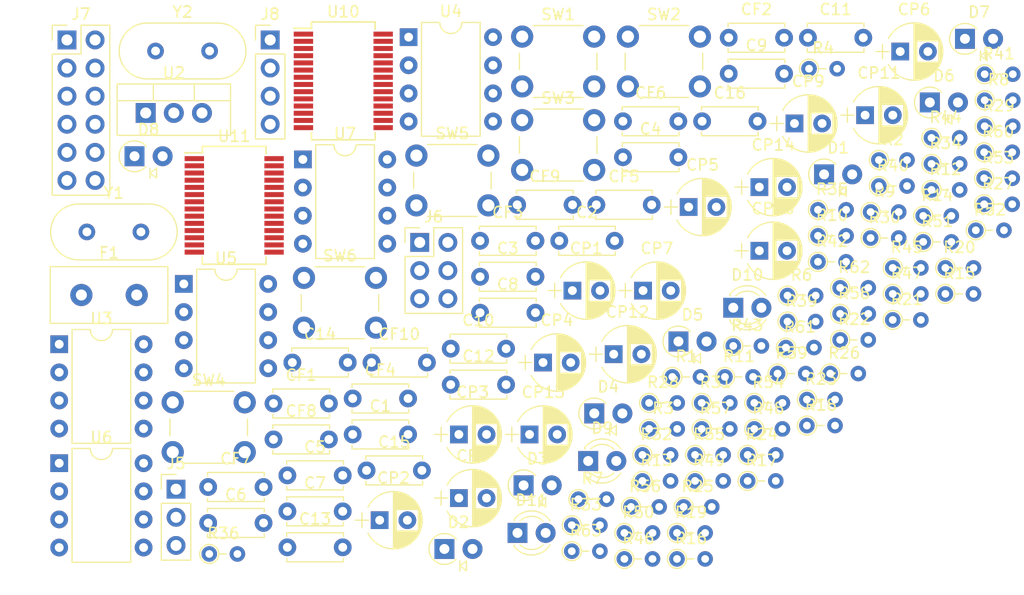
<source format=kicad_pcb>
(kicad_pcb (version 20171130) (host pcbnew "(5.0.2)-1")
  (layers (0 F.Cu signal) (31 B.Cu signal) (34 B.Paste user) (35 F.Paste user) (36 B.SilkS user) (37 F.SilkS user) (38 B.Mask user) (39 F.Mask user) (44 Edge.Cuts user))
  (net 0 "")
  (net 1 GND)
  (net 2 +5VD)
  (net 3 +3.3VA)
  (net 4 -5VA)
  (net 5 "Net-(C5-Pad1)")
  (net 6 "Net-(C6-Pad1)")
  (net 7 "Net-(C7-Pad1)")
  (net 8 "Net-(C8-Pad1)")
  (net 9 "Net-(C9-Pad1)")
  (net 10 "Net-(C10-Pad1)")
  (net 11 "Net-(C11-Pad1)")
  (net 12 "Net-(C12-Pad1)")
  (net 13 "Net-(C13-Pad1)")
  (net 14 "Net-(C14-Pad1)")
  (net 15 "Net-(C15-Pad1)")
  (net 16 "Net-(C16-Pad1)")
  (net 17 "Net-(CF1-Pad1)")
  (net 18 /OP_IN_L)
  (net 19 "Net-(CF3-Pad1)")
  (net 20 /OP_IN_R)
  (net 21 "Net-(CF5-Pad1)")
  (net 22 "Net-(CF5-Pad2)")
  (net 23 "Net-(CF6-Pad2)")
  (net 24 "Net-(CF6-Pad1)")
  (net 25 "Net-(CF7-Pad1)")
  (net 26 /USB1_IN_R)
  (net 27 /USB2_IN_R)
  (net 28 "Net-(CF8-Pad1)")
  (net 29 /USB1_IN_L)
  (net 30 "Net-(CF9-Pad1)")
  (net 31 "Net-(CF10-Pad1)")
  (net 32 /USB2_IN_L)
  (net 33 "Net-(CP1-Pad1)")
  (net 34 /LINE_IN_L)
  (net 35 /LINE_L)
  (net 36 /LINE_R)
  (net 37 /LINE_IN_R)
  (net 38 /MIC_POST_L)
  (net 39 "Net-(CP4-Pad2)")
  (net 40 /MIC_POST_R)
  (net 41 "Net-(CP5-Pad2)")
  (net 42 "Net-(CP6-Pad1)")
  (net 43 "Net-(CP7-Pad1)")
  (net 44 "Net-(CP8-Pad1)")
  (net 45 "Net-(CP9-Pad1)")
  (net 46 "Net-(CP10-Pad1)")
  (net 47 /USB1_OUT_L)
  (net 48 "Net-(CP11-Pad1)")
  (net 49 /USB2_OUT_L)
  (net 50 "Net-(CP12-Pad1)")
  (net 51 /USB1_OUT_R)
  (net 52 "Net-(CP13-Pad1)")
  (net 53 /USB2_OUT_R)
  (net 54 "Net-(CP14-Pad1)")
  (net 55 "Net-(D9-Pad2)")
  (net 56 "Net-(D10-Pad2)")
  (net 57 "Net-(D11-Pad2)")
  (net 58 "Net-(F1-Pad2)")
  (net 59 /USB1_VBUS)
  (net 60 /USB2_VBUS)
  (net 61 /MIC_IN_R)
  (net 62 /MIC_IN_L)
  (net 63 "Net-(R3-Pad1)")
  (net 64 "Net-(R5-Pad1)")
  (net 65 "Net-(R7-Pad2)")
  (net 66 "Net-(R8-Pad1)")
  (net 67 /SIDETONE_L)
  (net 68 /SIDETONE_R)
  (net 69 "Net-(R24-Pad1)")
  (net 70 "Net-(R25-Pad1)")
  (net 71 "Net-(R26-Pad1)")
  (net 72 "Net-(R30-Pad1)")
  (net 73 "Net-(R31-Pad1)")
  (net 74 "Net-(R32-Pad1)")
  (net 75 "Net-(R33-Pad2)")
  (net 76 "Net-(R34-Pad2)")
  (net 77 "Net-(R35-Pad2)")
  (net 78 "Net-(R36-Pad2)")
  (net 79 "Net-(R38-Pad2)")
  (net 80 /HP_OUT_L)
  (net 81 /HP_OUT_R)
  (net 82 "Net-(R38-Pad5)")
  (net 83 "Net-(CN1-Pad6)")
  (net 84 "Net-(CN2-Pad6)")
  (net 85 "Net-(CN1-Pad5)")
  (net 86 "Net-(CN2-Pad5)")
  (net 87 "Net-(CN1-Pad2)")
  (net 88 "Net-(R47-Pad1)")
  (net 89 "Net-(R48-Pad1)")
  (net 90 "Net-(CN2-Pad2)")
  (net 91 "Net-(CN1-Pad3)")
  (net 92 "Net-(CN2-Pad3)")
  (net 93 "Net-(R51-Pad1)")
  (net 94 "Net-(R52-Pad1)")
  (net 95 "Net-(R58-Pad1)")
  (net 96 /USB1_~SSPND)
  (net 97 "Net-(R59-Pad1)")
  (net 98 /USB2_~SSPND)
  (net 99 "Net-(R60-Pad1)")
  (net 100 "Net-(R61-Pad1)")
  (net 101 "Net-(R62-Pad1)")
  (net 102 "Net-(R63-Pad1)")
  (net 103 /USB1_HID0)
  (net 104 /USB2_HID0)
  (net 105 /USB1_HID1)
  (net 106 /USB2_HID1)
  (net 107 /USB1_HID2)
  (net 108 /USB2_HID2)
  (net 109 "Net-(U10-Pad25)")
  (net 110 "Net-(U11-Pad25)")
  (module Capacitors_ThroughHole:C_Disc_D5.0mm_W2.5mm_P5.00mm (layer F.Cu) (at 122.625001 92.475001)
    (fp_text reference C1 (at 2.5 -2.56) (layer F.SilkS))
    (fp_text value 0.33uF)
    (pad 2 thru_hole circle (at 5 0) (size 1.6 1.6) (drill 0.8) (layers *.Cu *.Mask) (net 1 GND))
    (pad 1 thru_hole circle (at 0 0) (size 1.6 1.6) (drill 0.8) (layers *.Cu *.Mask) (net 2 +5VD))
  )
  (module Capacitors_ThroughHole:C_Disc_D5.0mm_W2.5mm_P5.00mm (layer F.Cu) (at 141.275001 74.975001)
    (fp_text reference C2 (at 2.5 -2.56) (layer F.SilkS))
    (fp_text value 0.33uF)
    (pad 2 thru_hole circle (at 5 0) (size 1.6 1.6) (drill 0.8) (layers *.Cu *.Mask) (net 2 +5VD))
    (pad 1 thru_hole circle (at 0 0) (size 1.6 1.6) (drill 0.8) (layers *.Cu *.Mask) (net 1 GND))
  )
  (module Capacitors_ThroughHole:C_Disc_D5.0mm_W2.5mm_P5.00mm (layer F.Cu) (at 134.125001 78.225001)
    (fp_text reference C3 (at 2.5 -2.56) (layer F.SilkS))
    (fp_text value 0.1uF)
    (pad 2 thru_hole circle (at 5 0) (size 1.6 1.6) (drill 0.8) (layers *.Cu *.Mask) (net 1 GND))
    (pad 1 thru_hole circle (at 0 0) (size 1.6 1.6) (drill 0.8) (layers *.Cu *.Mask) (net 3 +3.3VA))
  )
  (module Capacitors_ThroughHole:C_Disc_D5.0mm_W2.5mm_P5.00mm (layer F.Cu) (at 147.025001 67.425001)
    (fp_text reference C4 (at 2.5 -2.56) (layer F.SilkS))
    (fp_text value 0.1uF)
    (pad 1 thru_hole circle (at 0 0) (size 1.6 1.6) (drill 0.8) (layers *.Cu *.Mask) (net 1 GND))
    (pad 2 thru_hole circle (at 5 0) (size 1.6 1.6) (drill 0.8) (layers *.Cu *.Mask) (net 4 -5VA))
  )
  (module Capacitors_ThroughHole:C_Disc_D5.0mm_W2.5mm_P5.00mm (layer F.Cu) (at 116.725001 96.175001)
    (fp_text reference C5 (at 2.5 -2.56) (layer F.SilkS))
    (fp_text value 1uF)
    (pad 2 thru_hole circle (at 5 0) (size 1.6 1.6) (drill 0.8) (layers *.Cu *.Mask) (net 1 GND))
    (pad 1 thru_hole circle (at 0 0) (size 1.6 1.6) (drill 0.8) (layers *.Cu *.Mask) (net 5 "Net-(C5-Pad1)"))
  )
  (module Capacitors_ThroughHole:C_Disc_D5.0mm_W2.5mm_P5.00mm (layer F.Cu) (at 109.575001 100.475001)
    (fp_text reference C6 (at 2.5 -2.56) (layer F.SilkS))
    (fp_text value 1uF)
    (pad 1 thru_hole circle (at 0 0) (size 1.6 1.6) (drill 0.8) (layers *.Cu *.Mask) (net 6 "Net-(C6-Pad1)"))
    (pad 2 thru_hole circle (at 5 0) (size 1.6 1.6) (drill 0.8) (layers *.Cu *.Mask) (net 1 GND))
  )
  (module Capacitors_ThroughHole:C_Disc_D5.0mm_W2.5mm_P5.00mm (layer F.Cu) (at 116.725001 99.425001)
    (fp_text reference C7 (at 2.5 -2.56) (layer F.SilkS))
    (fp_text value 1uF)
    (pad 1 thru_hole circle (at 0 0) (size 1.6 1.6) (drill 0.8) (layers *.Cu *.Mask) (net 7 "Net-(C7-Pad1)"))
    (pad 2 thru_hole circle (at 5 0) (size 1.6 1.6) (drill 0.8) (layers *.Cu *.Mask) (net 1 GND))
  )
  (module Capacitors_ThroughHole:C_Disc_D5.0mm_W2.5mm_P5.00mm (layer F.Cu) (at 134.125001 81.475001)
    (fp_text reference C8 (at 2.5 -2.56) (layer F.SilkS))
    (fp_text value 1uF)
    (pad 2 thru_hole circle (at 5 0) (size 1.6 1.6) (drill 0.8) (layers *.Cu *.Mask) (net 1 GND))
    (pad 1 thru_hole circle (at 0 0) (size 1.6 1.6) (drill 0.8) (layers *.Cu *.Mask) (net 8 "Net-(C8-Pad1)"))
  )
  (module Capacitors_ThroughHole:C_Disc_D5.0mm_W2.5mm_P5.00mm (layer F.Cu) (at 156.575001 59.875001)
    (fp_text reference C9 (at 2.5 -2.56) (layer F.SilkS))
    (fp_text value 1uF)
    (pad 2 thru_hole circle (at 5 0) (size 1.6 1.6) (drill 0.8) (layers *.Cu *.Mask) (net 1 GND))
    (pad 1 thru_hole circle (at 0 0) (size 1.6 1.6) (drill 0.8) (layers *.Cu *.Mask) (net 9 "Net-(C9-Pad1)"))
  )
  (module Capacitors_ThroughHole:C_Disc_D5.0mm_W2.5mm_P5.00mm (layer F.Cu) (at 131.475001 84.725001)
    (fp_text reference C10 (at 2.5 -2.56) (layer F.SilkS))
    (fp_text value 1uF)
    (pad 1 thru_hole circle (at 0 0) (size 1.6 1.6) (drill 0.8) (layers *.Cu *.Mask) (net 10 "Net-(C10-Pad1)"))
    (pad 2 thru_hole circle (at 5 0) (size 1.6 1.6) (drill 0.8) (layers *.Cu *.Mask) (net 1 GND))
  )
  (module Capacitors_ThroughHole:C_Disc_D5.0mm_W2.5mm_P5.00mm (layer F.Cu) (at 163.725001 56.625001)
    (fp_text reference C11 (at 2.5 -2.56) (layer F.SilkS))
    (fp_text value 1uF)
    (pad 1 thru_hole circle (at 0 0) (size 1.6 1.6) (drill 0.8) (layers *.Cu *.Mask) (net 11 "Net-(C11-Pad1)"))
    (pad 2 thru_hole circle (at 5 0) (size 1.6 1.6) (drill 0.8) (layers *.Cu *.Mask) (net 1 GND))
  )
  (module Capacitors_ThroughHole:C_Disc_D5.0mm_W2.5mm_P5.00mm (layer F.Cu) (at 131.475001 87.975001)
    (fp_text reference C12 (at 2.5 -2.56) (layer F.SilkS))
    (fp_text value 1uF)
    (pad 1 thru_hole circle (at 0 0) (size 1.6 1.6) (drill 0.8) (layers *.Cu *.Mask) (net 12 "Net-(C12-Pad1)"))
    (pad 2 thru_hole circle (at 5 0) (size 1.6 1.6) (drill 0.8) (layers *.Cu *.Mask) (net 1 GND))
  )
  (module Capacitors_ThroughHole:C_Disc_D5.0mm_W2.5mm_P5.00mm (layer F.Cu) (at 116.725001 102.675001)
    (fp_text reference C13 (at 2.5 -2.56) (layer F.SilkS))
    (fp_text value 22pF)
    (pad 2 thru_hole circle (at 5 0) (size 1.6 1.6) (drill 0.8) (layers *.Cu *.Mask) (net 1 GND))
    (pad 1 thru_hole circle (at 0 0) (size 1.6 1.6) (drill 0.8) (layers *.Cu *.Mask) (net 13 "Net-(C13-Pad1)"))
  )
  (module Capacitors_ThroughHole:C_Disc_D5.0mm_W2.5mm_P5.00mm (layer F.Cu) (at 117.175001 85.975001)
    (fp_text reference C14 (at 2.5 -2.56) (layer F.SilkS))
    (fp_text value 22pF)
    (pad 2 thru_hole circle (at 5 0) (size 1.6 1.6) (drill 0.8) (layers *.Cu *.Mask) (net 1 GND))
    (pad 1 thru_hole circle (at 0 0) (size 1.6 1.6) (drill 0.8) (layers *.Cu *.Mask) (net 14 "Net-(C14-Pad1)"))
  )
  (module Capacitors_ThroughHole:C_Disc_D5.0mm_W2.5mm_P5.00mm (layer F.Cu) (at 123.875001 95.725001)
    (fp_text reference C15 (at 2.5 -2.56) (layer F.SilkS))
    (fp_text value 22pF)
    (pad 1 thru_hole circle (at 0 0) (size 1.6 1.6) (drill 0.8) (layers *.Cu *.Mask) (net 15 "Net-(C15-Pad1)"))
    (pad 2 thru_hole circle (at 5 0) (size 1.6 1.6) (drill 0.8) (layers *.Cu *.Mask) (net 1 GND))
  )
  (module Capacitors_ThroughHole:C_Disc_D5.0mm_W2.5mm_P5.00mm (layer F.Cu) (at 154.175001 64.175001)
    (fp_text reference C16 (at 2.5 -2.56) (layer F.SilkS))
    (fp_text value 22pF)
    (pad 1 thru_hole circle (at 0 0) (size 1.6 1.6) (drill 0.8) (layers *.Cu *.Mask) (net 16 "Net-(C16-Pad1)"))
    (pad 2 thru_hole circle (at 5 0) (size 1.6 1.6) (drill 0.8) (layers *.Cu *.Mask) (net 1 GND))
  )
  (module Capacitors_ThroughHole:C_Disc_D5.0mm_W2.5mm_P5.00mm (layer F.Cu) (at 115.475001 89.675001)
    (fp_text reference CF1 (at 2.5 -2.56) (layer F.SilkS))
    (fp_text value 0.01uF)
    (pad 2 thru_hole circle (at 5 0) (size 1.6 1.6) (drill 0.8) (layers *.Cu *.Mask) (net 1 GND))
    (pad 1 thru_hole circle (at 0 0) (size 1.6 1.6) (drill 0.8) (layers *.Cu *.Mask) (net 17 "Net-(CF1-Pad1)"))
  )
  (module Capacitors_ThroughHole:C_Disc_D5.0mm_W2.5mm_P5.00mm (layer F.Cu) (at 156.575001 56.625001)
    (fp_text reference CF2 (at 2.5 -2.56) (layer F.SilkS))
    (fp_text value 0.1uF)
    (pad 1 thru_hole circle (at 0 0) (size 1.6 1.6) (drill 0.8) (layers *.Cu *.Mask) (net 17 "Net-(CF1-Pad1)"))
    (pad 2 thru_hole circle (at 5 0) (size 1.6 1.6) (drill 0.8) (layers *.Cu *.Mask) (net 18 /OP_IN_L))
  )
  (module Capacitors_ThroughHole:C_Disc_D5.0mm_W2.5mm_P5.00mm (layer F.Cu) (at 134.125001 74.975001)
    (fp_text reference CF3 (at 2.5 -2.56) (layer F.SilkS))
    (fp_text value 0.01uF)
    (pad 2 thru_hole circle (at 5 0) (size 1.6 1.6) (drill 0.8) (layers *.Cu *.Mask) (net 1 GND))
    (pad 1 thru_hole circle (at 0 0) (size 1.6 1.6) (drill 0.8) (layers *.Cu *.Mask) (net 19 "Net-(CF3-Pad1)"))
  )
  (module Capacitors_ThroughHole:C_Disc_D5.0mm_W2.5mm_P5.00mm (layer F.Cu) (at 122.625001 89.225001)
    (fp_text reference CF4 (at 2.5 -2.56) (layer F.SilkS))
    (fp_text value 0.1uF)
    (pad 1 thru_hole circle (at 0 0) (size 1.6 1.6) (drill 0.8) (layers *.Cu *.Mask) (net 19 "Net-(CF3-Pad1)"))
    (pad 2 thru_hole circle (at 5 0) (size 1.6 1.6) (drill 0.8) (layers *.Cu *.Mask) (net 20 /OP_IN_R))
  )
  (module Capacitors_ThroughHole:C_Disc_D5.0mm_W2.5mm_P5.00mm (layer F.Cu) (at 144.625001 71.725001)
    (fp_text reference CF5 (at 2.5 -2.56) (layer F.SilkS))
    (fp_text value 0.01uF)
    (pad 1 thru_hole circle (at 0 0) (size 1.6 1.6) (drill 0.8) (layers *.Cu *.Mask) (net 21 "Net-(CF5-Pad1)"))
    (pad 2 thru_hole circle (at 5 0) (size 1.6 1.6) (drill 0.8) (layers *.Cu *.Mask) (net 22 "Net-(CF5-Pad2)"))
  )
  (module Capacitors_ThroughHole:C_Disc_D5.0mm_W2.5mm_P5.00mm (layer F.Cu) (at 147.025001 64.175001)
    (fp_text reference CF6 (at 2.5 -2.56) (layer F.SilkS))
    (fp_text value 0.01uF)
    (pad 2 thru_hole circle (at 5 0) (size 1.6 1.6) (drill 0.8) (layers *.Cu *.Mask) (net 23 "Net-(CF6-Pad2)"))
    (pad 1 thru_hole circle (at 0 0) (size 1.6 1.6) (drill 0.8) (layers *.Cu *.Mask) (net 24 "Net-(CF6-Pad1)"))
  )
  (module Capacitors_ThroughHole:C_Disc_D5.0mm_W2.5mm_P5.00mm (layer F.Cu) (at 109.575001 97.225001)
    (fp_text reference CF7 (at 2.5 -2.56) (layer F.SilkS))
    (fp_text value 0.1uF)
    (pad 1 thru_hole circle (at 0 0) (size 1.6 1.6) (drill 0.8) (layers *.Cu *.Mask) (net 25 "Net-(CF7-Pad1)"))
    (pad 2 thru_hole circle (at 5 0) (size 1.6 1.6) (drill 0.8) (layers *.Cu *.Mask) (net 26 /USB1_IN_R))
  )
  (module Capacitors_ThroughHole:C_Disc_D5.0mm_W2.5mm_P5.00mm (layer F.Cu) (at 115.475001 92.925001)
    (fp_text reference CF8 (at 2.5 -2.56) (layer F.SilkS))
    (fp_text value 0.1uF)
    (pad 2 thru_hole circle (at 5 0) (size 1.6 1.6) (drill 0.8) (layers *.Cu *.Mask) (net 27 /USB2_IN_R))
    (pad 1 thru_hole circle (at 0 0) (size 1.6 1.6) (drill 0.8) (layers *.Cu *.Mask) (net 28 "Net-(CF8-Pad1)"))
  )
  (module Capacitors_ThroughHole:C_Disc_D5.0mm_W2.5mm_P5.00mm (layer F.Cu) (at 137.475001 71.725001)
    (fp_text reference CF9 (at 2.5 -2.56) (layer F.SilkS))
    (fp_text value 0.1uF)
    (pad 2 thru_hole circle (at 5 0) (size 1.6 1.6) (drill 0.8) (layers *.Cu *.Mask) (net 29 /USB1_IN_L))
    (pad 1 thru_hole circle (at 0 0) (size 1.6 1.6) (drill 0.8) (layers *.Cu *.Mask) (net 30 "Net-(CF9-Pad1)"))
  )
  (module Capacitors_ThroughHole:C_Disc_D5.0mm_W2.5mm_P5.00mm (layer F.Cu) (at 124.325001 85.975001)
    (fp_text reference CF10 (at 2.5 -2.56) (layer F.SilkS))
    (fp_text value 0.1uF)
    (pad 1 thru_hole circle (at 0 0) (size 1.6 1.6) (drill 0.8) (layers *.Cu *.Mask) (net 31 "Net-(CF10-Pad1)"))
    (pad 2 thru_hole circle (at 5 0) (size 1.6 1.6) (drill 0.8) (layers *.Cu *.Mask) (net 32 /USB2_IN_L))
  )
  (module Capacitors_ThroughHole:CP_Radial_D5.0mm_P2.50mm (layer F.Cu) (at 142.460001 79.475001)
    (fp_text reference CP1 (at 1.25 -3.81) (layer F.SilkS))
    (fp_text value 10uF)
    (pad 1 thru_hole rect (at 0 0) (size 1.6 1.6) (drill 0.8) (layers *.Cu *.Mask) (net 33 "Net-(CP1-Pad1)"))
    (pad 2 thru_hole circle (at 2.5 0) (size 1.6 1.6) (drill 0.8) (layers *.Cu *.Mask) (net 1 GND))
  )
  (module Capacitors_ThroughHole:CP_Radial_D5.0mm_P2.50mm (layer F.Cu) (at 125.060001 100.225001)
    (fp_text reference CP2 (at 1.25 -3.81) (layer F.SilkS))
    (fp_text value 10uF)
    (pad 1 thru_hole rect (at 0 0) (size 1.6 1.6) (drill 0.8) (layers *.Cu *.Mask) (net 34 /LINE_IN_L))
    (pad 2 thru_hole circle (at 2.5 0) (size 1.6 1.6) (drill 0.8) (layers *.Cu *.Mask) (net 35 /LINE_L))
  )
  (module Capacitors_ThroughHole:CP_Radial_D5.0mm_P2.50mm (layer F.Cu) (at 132.210001 92.475001)
    (fp_text reference CP3 (at 1.25 -3.81) (layer F.SilkS))
    (fp_text value 10uF)
    (pad 2 thru_hole circle (at 2.5 0) (size 1.6 1.6) (drill 0.8) (layers *.Cu *.Mask) (net 36 /LINE_R))
    (pad 1 thru_hole rect (at 0 0) (size 1.6 1.6) (drill 0.8) (layers *.Cu *.Mask) (net 37 /LINE_IN_R))
  )
  (module Capacitors_ThroughHole:CP_Radial_D5.0mm_P2.50mm (layer F.Cu) (at 139.810001 85.975001)
    (fp_text reference CP4 (at 1.25 -3.81) (layer F.SilkS))
    (fp_text value 10uF)
    (pad 1 thru_hole rect (at 0 0) (size 1.6 1.6) (drill 0.8) (layers *.Cu *.Mask) (net 38 /MIC_POST_L))
    (pad 2 thru_hole circle (at 2.5 0) (size 1.6 1.6) (drill 0.8) (layers *.Cu *.Mask) (net 39 "Net-(CP4-Pad2)"))
  )
  (module Capacitors_ThroughHole:CP_Radial_D5.0mm_P2.50mm (layer F.Cu) (at 152.960001 71.925001)
    (fp_text reference CP5 (at 1.25 -3.81) (layer F.SilkS))
    (fp_text value 10uF)
    (pad 1 thru_hole rect (at 0 0) (size 1.6 1.6) (drill 0.8) (layers *.Cu *.Mask) (net 40 /MIC_POST_R))
    (pad 2 thru_hole circle (at 2.5 0) (size 1.6 1.6) (drill 0.8) (layers *.Cu *.Mask) (net 41 "Net-(CP5-Pad2)"))
  )
  (module Capacitors_ThroughHole:CP_Radial_D5.0mm_P2.50mm (layer F.Cu) (at 172.060001 57.875001)
    (fp_text reference CP6 (at 1.25 -3.81) (layer F.SilkS))
    (fp_text value 10uF)
    (pad 2 thru_hole circle (at 2.5 0) (size 1.6 1.6) (drill 0.8) (layers *.Cu *.Mask) (net 1 GND))
    (pad 1 thru_hole rect (at 0 0) (size 1.6 1.6) (drill 0.8) (layers *.Cu *.Mask) (net 42 "Net-(CP6-Pad1)"))
  )
  (module Capacitors_ThroughHole:CP_Radial_D5.0mm_P2.50mm (layer F.Cu) (at 148.840001 79.475001)
    (fp_text reference CP7 (at 1.25 -3.81) (layer F.SilkS))
    (fp_text value 10uF)
    (pad 2 thru_hole circle (at 2.5 0) (size 1.6 1.6) (drill 0.8) (layers *.Cu *.Mask) (net 1 GND))
    (pad 1 thru_hole rect (at 0 0) (size 1.6 1.6) (drill 0.8) (layers *.Cu *.Mask) (net 43 "Net-(CP7-Pad1)"))
  )
  (module Capacitors_ThroughHole:CP_Radial_D5.0mm_P2.50mm (layer F.Cu) (at 132.210001 98.225001)
    (fp_text reference CP8 (at 1.25 -3.81) (layer F.SilkS))
    (fp_text value 10uF)
    (pad 1 thru_hole rect (at 0 0) (size 1.6 1.6) (drill 0.8) (layers *.Cu *.Mask) (net 44 "Net-(CP8-Pad1)"))
    (pad 2 thru_hole circle (at 2.5 0) (size 1.6 1.6) (drill 0.8) (layers *.Cu *.Mask) (net 1 GND))
  )
  (module Capacitors_ThroughHole:CP_Radial_D5.0mm_P2.50mm (layer F.Cu) (at 162.510001 64.375001)
    (fp_text reference CP9 (at 1.25 -3.81) (layer F.SilkS))
    (fp_text value 10uF)
    (pad 1 thru_hole rect (at 0 0) (size 1.6 1.6) (drill 0.8) (layers *.Cu *.Mask) (net 45 "Net-(CP9-Pad1)"))
    (pad 2 thru_hole circle (at 2.5 0) (size 1.6 1.6) (drill 0.8) (layers *.Cu *.Mask) (net 1 GND))
  )
  (module Capacitors_ThroughHole:CP_Radial_D5.0mm_P2.50mm (layer F.Cu) (at 159.340001 75.875001)
    (fp_text reference CP10 (at 1.25 -3.81) (layer F.SilkS))
    (fp_text value 10uF)
    (pad 1 thru_hole rect (at 0 0) (size 1.6 1.6) (drill 0.8) (layers *.Cu *.Mask) (net 46 "Net-(CP10-Pad1)"))
    (pad 2 thru_hole circle (at 2.5 0) (size 1.6 1.6) (drill 0.8) (layers *.Cu *.Mask) (net 1 GND))
  )
  (module Capacitors_ThroughHole:CP_Radial_D5.0mm_P2.50mm (layer F.Cu) (at 168.890001 63.625001)
    (fp_text reference CP11 (at 1.25 -3.81) (layer F.SilkS))
    (fp_text value 10uF)
    (pad 2 thru_hole circle (at 2.5 0) (size 1.6 1.6) (drill 0.8) (layers *.Cu *.Mask) (net 47 /USB1_OUT_L))
    (pad 1 thru_hole rect (at 0 0) (size 1.6 1.6) (drill 0.8) (layers *.Cu *.Mask) (net 48 "Net-(CP11-Pad1)"))
  )
  (module Capacitors_ThroughHole:CP_Radial_D5.0mm_P2.50mm (layer F.Cu) (at 146.190001 85.225001)
    (fp_text reference CP12 (at 1.25 -3.81) (layer F.SilkS))
    (fp_text value 10uF)
    (pad 2 thru_hole circle (at 2.5 0) (size 1.6 1.6) (drill 0.8) (layers *.Cu *.Mask) (net 49 /USB2_OUT_L))
    (pad 1 thru_hole rect (at 0 0) (size 1.6 1.6) (drill 0.8) (layers *.Cu *.Mask) (net 50 "Net-(CP12-Pad1)"))
  )
  (module Capacitors_ThroughHole:CP_Radial_D5.0mm_P2.50mm (layer F.Cu) (at 138.590001 92.475001)
    (fp_text reference CP13 (at 1.25 -3.81) (layer F.SilkS))
    (fp_text value 10uF)
    (pad 2 thru_hole circle (at 2.5 0) (size 1.6 1.6) (drill 0.8) (layers *.Cu *.Mask) (net 51 /USB1_OUT_R))
    (pad 1 thru_hole rect (at 0 0) (size 1.6 1.6) (drill 0.8) (layers *.Cu *.Mask) (net 52 "Net-(CP13-Pad1)"))
  )
  (module Capacitors_ThroughHole:CP_Radial_D5.0mm_P2.50mm (layer F.Cu) (at 159.340001 70.125001)
    (fp_text reference CP14 (at 1.25 -3.81) (layer F.SilkS))
    (fp_text value 10uF)
    (pad 2 thru_hole circle (at 2.5 0) (size 1.6 1.6) (drill 0.8) (layers *.Cu *.Mask) (net 53 /USB2_OUT_R))
    (pad 1 thru_hole rect (at 0 0) (size 1.6 1.6) (drill 0.8) (layers *.Cu *.Mask) (net 54 "Net-(CP14-Pad1)"))
  )
  (module Diodes_ThroughHole:D_A-405_P2.54mm_Vertical_AnodeUp (layer F.Cu) (at 165.185001 68.975001)
    (fp_text reference D1 (at 1.27 -2.41) (layer F.SilkS))
    (fp_text value 1N4148)
    (pad 1 thru_hole rect (at 0 0) (size 1.8 1.8) (drill 0.9) (layers *.Cu *.Mask) (net 3 +3.3VA))
    (pad 2 thru_hole oval (at 2.54 0) (size 1.8 1.8) (drill 0.9) (layers *.Cu *.Mask) (net 18 /OP_IN_L))
  )
  (module Diodes_ThroughHole:D_A-405_P2.54mm_Vertical_AnodeUp (layer F.Cu) (at 130.905001 102.825001)
    (fp_text reference D2 (at 1.27 -2.41) (layer F.SilkS))
    (fp_text value 1N4148)
    (pad 2 thru_hole oval (at 2.54 0) (size 1.8 1.8) (drill 0.9) (layers *.Cu *.Mask) (net 4 -5VA))
    (pad 1 thru_hole rect (at 0 0) (size 1.8 1.8) (drill 0.9) (layers *.Cu *.Mask) (net 18 /OP_IN_L))
  )
  (module Diodes_ThroughHole:D_A-405_P2.54mm_Vertical_AnodeUp (layer F.Cu) (at 138.055001 97.075001)
    (fp_text reference D3 (at 1.27 -2.41) (layer F.SilkS))
    (fp_text value 1N4148)
    (pad 1 thru_hole rect (at 0 0) (size 1.8 1.8) (drill 0.9) (layers *.Cu *.Mask) (net 3 +3.3VA))
    (pad 2 thru_hole oval (at 2.54 0) (size 1.8 1.8) (drill 0.9) (layers *.Cu *.Mask) (net 35 /LINE_L))
  )
  (module Diodes_ThroughHole:D_A-405_P2.54mm_Vertical_AnodeUp (layer F.Cu) (at 144.435001 90.575001)
    (fp_text reference D4 (at 1.27 -2.41) (layer F.SilkS))
    (fp_text value 1N4148)
    (pad 2 thru_hole oval (at 2.54 0) (size 1.8 1.8) (drill 0.9) (layers *.Cu *.Mask) (net 4 -5VA))
    (pad 1 thru_hole rect (at 0 0) (size 1.8 1.8) (drill 0.9) (layers *.Cu *.Mask) (net 35 /LINE_L))
  )
  (module Diodes_ThroughHole:D_A-405_P2.54mm_Vertical_AnodeUp (layer F.Cu) (at 152.035001 84.075001)
    (fp_text reference D5 (at 1.27 -2.41) (layer F.SilkS))
    (fp_text value 1N4148)
    (pad 1 thru_hole rect (at 0 0) (size 1.8 1.8) (drill 0.9) (layers *.Cu *.Mask) (net 3 +3.3VA))
    (pad 2 thru_hole oval (at 2.54 0) (size 1.8 1.8) (drill 0.9) (layers *.Cu *.Mask) (net 20 /OP_IN_R))
  )
  (module Diodes_ThroughHole:D_A-405_P2.54mm_Vertical_AnodeUp (layer F.Cu) (at 174.735001 62.475001)
    (fp_text reference D6 (at 1.27 -2.41) (layer F.SilkS))
    (fp_text value 1N4148)
    (pad 2 thru_hole oval (at 2.54 0) (size 1.8 1.8) (drill 0.9) (layers *.Cu *.Mask) (net 4 -5VA))
    (pad 1 thru_hole rect (at 0 0) (size 1.8 1.8) (drill 0.9) (layers *.Cu *.Mask) (net 20 /OP_IN_R))
  )
  (module Diodes_ThroughHole:D_A-405_P2.54mm_Vertical_AnodeUp (layer F.Cu) (at 177.905001 56.725001)
    (fp_text reference D7 (at 1.27 -2.41) (layer F.SilkS))
    (fp_text value 1N4148)
    (pad 1 thru_hole rect (at 0 0) (size 1.8 1.8) (drill 0.9) (layers *.Cu *.Mask) (net 3 +3.3VA))
    (pad 2 thru_hole oval (at 2.54 0) (size 1.8 1.8) (drill 0.9) (layers *.Cu *.Mask) (net 36 /LINE_R))
  )
  (module Diodes_ThroughHole:D_A-405_P2.54mm_Vertical_AnodeUp (layer F.Cu) (at 102.925001 67.335001)
    (fp_text reference D8 (at 1.27 -2.41) (layer F.SilkS))
    (fp_text value 1N4148)
    (pad 2 thru_hole oval (at 2.54 0) (size 1.8 1.8) (drill 0.9) (layers *.Cu *.Mask) (net 4 -5VA))
    (pad 1 thru_hole rect (at 0 0) (size 1.8 1.8) (drill 0.9) (layers *.Cu *.Mask) (net 36 /LINE_R))
  )
  (module LEDs:LED_D3.0mm (layer F.Cu) (at 143.885001 94.875001)
    (fp_text reference D9 (at 1.27 -2.96) (layer F.SilkS))
    (fp_text value USB2_ACTIVE)
    (pad 2 thru_hole circle (at 2.54 0) (size 1.8 1.8) (drill 0.9) (layers *.Cu *.Mask) (net 55 "Net-(D9-Pad2)"))
    (pad 1 thru_hole rect (at 0 0) (size 1.8 1.8) (drill 0.9) (layers *.Cu *.Mask) (net 1 GND))
  )
  (module LEDs:LED_D3.0mm (layer F.Cu) (at 156.985001 81.025001)
    (fp_text reference D10 (at 1.27 -2.96) (layer F.SilkS))
    (fp_text value USB1_ACTIVE)
    (pad 1 thru_hole rect (at 0 0) (size 1.8 1.8) (drill 0.9) (layers *.Cu *.Mask) (net 1 GND))
    (pad 2 thru_hole circle (at 2.54 0) (size 1.8 1.8) (drill 0.9) (layers *.Cu *.Mask) (net 56 "Net-(D10-Pad2)"))
  )
  (module LEDs:LED_D3.0mm (layer F.Cu) (at 137.505001 101.375001)
    (fp_text reference D11 (at 1.27 -2.96) (layer F.SilkS))
    (fp_text value PWR_LED)
    (pad 2 thru_hole circle (at 2.54 0) (size 1.8 1.8) (drill 0.9) (layers *.Cu *.Mask) (net 57 "Net-(D11-Pad2)"))
    (pad 1 thru_hole rect (at 0 0) (size 1.8 1.8) (drill 0.9) (layers *.Cu *.Mask) (net 1 GND))
  )
  (module Capacitors_ThroughHole:C_Disc_D10.5mm_W5.0mm_P5.00mm (layer F.Cu) (at 98.125001 79.875001)
    (fp_text reference F1 (at 2.5 -3.81) (layer F.SilkS))
    (fp_text value Fuse)
    (pad 2 thru_hole circle (at 5 0) (size 2 2) (drill 1) (layers *.Cu *.Mask) (net 58 "Net-(F1-Pad2)"))
    (pad 1 thru_hole circle (at 0 0) (size 2 2) (drill 1) (layers *.Cu *.Mask) (net 2 +5VD))
  )
  (module Pin_Headers:Pin_Header_Straight_1x03_Pitch2.54mm (layer F.Cu) (at 106.675001 97.425001)
    (fp_text reference J5 (at 0 -2.33) (layer F.SilkS))
    (fp_text value PWR_SEL)
    (pad 3 thru_hole oval (at 0 5.08) (size 1.7 1.7) (drill 1) (layers *.Cu *.Mask) (net 59 /USB1_VBUS))
    (pad 2 thru_hole oval (at 0 2.54) (size 1.7 1.7) (drill 1) (layers *.Cu *.Mask) (net 58 "Net-(F1-Pad2)"))
    (pad 1 thru_hole rect (at 0 0) (size 1.7 1.7) (drill 1) (layers *.Cu *.Mask) (net 60 /USB2_VBUS))
  )
  (module Pin_Headers:Pin_Header_Straight_2x03_Pitch2.54mm (layer F.Cu) (at 128.675001 75.125001)
    (fp_text reference J6 (at 1.27 -2.33) (layer F.SilkS))
    (fp_text value PWR_5VD)
    (pad 6 thru_hole oval (at 2.54 5.08) (size 1.7 1.7) (drill 1) (layers *.Cu *.Mask) (net 1 GND))
    (pad 5 thru_hole oval (at 0 5.08) (size 1.7 1.7) (drill 1) (layers *.Cu *.Mask) (net 2 +5VD))
    (pad 4 thru_hole oval (at 2.54 2.54) (size 1.7 1.7) (drill 1) (layers *.Cu *.Mask) (net 1 GND))
    (pad 3 thru_hole oval (at 0 2.54) (size 1.7 1.7) (drill 1) (layers *.Cu *.Mask) (net 2 +5VD))
    (pad 2 thru_hole oval (at 2.54 0) (size 1.7 1.7) (drill 1) (layers *.Cu *.Mask) (net 1 GND))
    (pad 1 thru_hole rect (at 0 0) (size 1.7 1.7) (drill 1) (layers *.Cu *.Mask) (net 2 +5VD))
  )
  (module Pin_Headers:Pin_Header_Straight_2x06_Pitch2.54mm (layer F.Cu) (at 96.825001 56.825001)
    (fp_text reference J7 (at 1.27 -2.33) (layer F.SilkS))
    (fp_text value USB1_IN_SELECTOR)
    (pad 12 thru_hole oval (at 2.54 12.7) (size 1.7 1.7) (drill 1) (layers *.Cu *.Mask) (net 26 /USB1_IN_R))
    (pad 11 thru_hole oval (at 0 12.7) (size 1.7 1.7) (drill 1) (layers *.Cu *.Mask) (net 61 /MIC_IN_R))
    (pad 10 thru_hole oval (at 2.54 10.16) (size 1.7 1.7) (drill 1) (layers *.Cu *.Mask) (net 29 /USB1_IN_L))
    (pad 9 thru_hole oval (at 0 10.16) (size 1.7 1.7) (drill 1) (layers *.Cu *.Mask) (net 62 /MIC_IN_L))
    (pad 8 thru_hole oval (at 2.54 7.62) (size 1.7 1.7) (drill 1) (layers *.Cu *.Mask) (net 26 /USB1_IN_R))
    (pad 7 thru_hole oval (at 0 7.62) (size 1.7 1.7) (drill 1) (layers *.Cu *.Mask) (net 40 /MIC_POST_R))
    (pad 6 thru_hole oval (at 2.54 5.08) (size 1.7 1.7) (drill 1) (layers *.Cu *.Mask) (net 29 /USB1_IN_L))
    (pad 5 thru_hole oval (at 0 5.08) (size 1.7 1.7) (drill 1) (layers *.Cu *.Mask) (net 40 /MIC_POST_R))
    (pad 4 thru_hole oval (at 2.54 2.54) (size 1.7 1.7) (drill 1) (layers *.Cu *.Mask) (net 26 /USB1_IN_R))
    (pad 3 thru_hole oval (at 0 2.54) (size 1.7 1.7) (drill 1) (layers *.Cu *.Mask) (net 38 /MIC_POST_L))
    (pad 2 thru_hole oval (at 2.54 0) (size 1.7 1.7) (drill 1) (layers *.Cu *.Mask) (net 29 /USB1_IN_L))
    (pad 1 thru_hole rect (at 0 0) (size 1.7 1.7) (drill 1) (layers *.Cu *.Mask) (net 38 /MIC_POST_L))
  )
  (module Pin_Headers:Pin_Header_Straight_1x04_Pitch2.54mm (layer F.Cu) (at 115.175001 56.825001)
    (fp_text reference J8 (at 0 -2.33) (layer F.SilkS))
    (fp_text value USB2_IN_EXT)
    (pad 4 thru_hole oval (at 0 7.62) (size 1.7 1.7) (drill 1) (layers *.Cu *.Mask) (net 1 GND))
    (pad 3 thru_hole oval (at 0 5.08) (size 1.7 1.7) (drill 1) (layers *.Cu *.Mask) (net 27 /USB2_IN_R))
    (pad 2 thru_hole oval (at 0 2.54) (size 1.7 1.7) (drill 1) (layers *.Cu *.Mask) (net 32 /USB2_IN_L))
    (pad 1 thru_hole rect (at 0 0) (size 1.7 1.7) (drill 1) (layers *.Cu *.Mask) (net 1 GND))
  )
  (module Resistors_ThroughHole:R_Axial_DIN0204_L3.6mm_D1.6mm_P2.54mm_Vertical (layer F.Cu) (at 151.485001 87.275001)
    (fp_text reference R1 (at 1.27 -1.86) (layer F.SilkS))
    (fp_text value 4k7)
    (pad 1 thru_hole circle (at 0 0) (size 1.4 1.4) (drill 0.7) (layers *.Cu *.Mask) (net 3 +3.3VA))
    (pad 2 thru_hole oval (at 2.54 0) (size 1.4 1.4) (drill 0.7) (layers *.Cu *.Mask) (net 62 /MIC_IN_L))
  )
  (module Resistors_ThroughHole:R_Axial_DIN0204_L3.6mm_D1.6mm_P2.54mm_Vertical (layer F.Cu) (at 170.135001 67.675001)
    (fp_text reference R2 (at 1.27 -1.86) (layer F.SilkS))
    (fp_text value 1k)
    (pad 2 thru_hole oval (at 2.54 0) (size 1.4 1.4) (drill 0.7) (layers *.Cu *.Mask) (net 62 /MIC_IN_L))
    (pad 1 thru_hole circle (at 0 0) (size 1.4 1.4) (drill 0.7) (layers *.Cu *.Mask) (net 17 "Net-(CF1-Pad1)"))
  )
  (module Resistors_ThroughHole:R_Axial_DIN0204_L3.6mm_D1.6mm_P2.54mm_Vertical (layer F.Cu) (at 149.385001 91.975001)
    (fp_text reference R3 (at 1.27 -1.86) (layer F.SilkS))
    (fp_text value 100)
    (pad 1 thru_hole circle (at 0 0) (size 1.4 1.4) (drill 0.7) (layers *.Cu *.Mask) (net 63 "Net-(R3-Pad1)"))
    (pad 2 thru_hole oval (at 2.54 0) (size 1.4 1.4) (drill 0.7) (layers *.Cu *.Mask) (net 33 "Net-(CP1-Pad1)"))
  )
  (module Resistors_ThroughHole:R_Axial_DIN0204_L3.6mm_D1.6mm_P2.54mm_Vertical (layer F.Cu) (at 163.825001 59.425001)
    (fp_text reference R4 (at 1.27 -1.86) (layer F.SilkS))
    (fp_text value 10k)
    (pad 2 thru_hole oval (at 2.54 0) (size 1.4 1.4) (drill 0.7) (layers *.Cu *.Mask) (net 18 /OP_IN_L))
    (pad 1 thru_hole circle (at 0 0) (size 1.4 1.4) (drill 0.7) (layers *.Cu *.Mask) (net 1 GND))
  )
  (module Resistors_ThroughHole:R_Axial_DIN0204_L3.6mm_D1.6mm_P2.54mm_Vertical (layer F.Cu) (at 161.885001 79.925001)
    (fp_text reference R6 (at 1.27 -1.86) (layer F.SilkS))
    (fp_text value 470)
    (pad 1 thru_hole circle (at 0 0) (size 1.4 1.4) (drill 0.7) (layers *.Cu *.Mask) (net 64 "Net-(R5-Pad1)"))
    (pad 2 thru_hole oval (at 2.54 0) (size 1.4 1.4) (drill 0.7) (layers *.Cu *.Mask) (net 63 "Net-(R3-Pad1)"))
  )
  (module Resistors_ThroughHole:R_Axial_DIN0204_L3.6mm_D1.6mm_P2.54mm_Vertical (layer F.Cu) (at 143.005001 98.325001)
    (fp_text reference R7 (at 1.27 -1.86) (layer F.SilkS))
    (fp_text value 1k)
    (pad 1 thru_hole circle (at 0 0) (size 1.4 1.4) (drill 0.7) (layers *.Cu *.Mask) (net 1 GND))
    (pad 2 thru_hole oval (at 2.54 0) (size 1.4 1.4) (drill 0.7) (layers *.Cu *.Mask) (net 65 "Net-(R7-Pad2)"))
  )
  (module Resistors_ThroughHole:R_Axial_DIN0204_L3.6mm_D1.6mm_P2.54mm_Vertical (layer F.Cu) (at 179.685001 62.275001)
    (fp_text reference R8 (at 1.27 -1.86) (layer F.SilkS))
    (fp_text value 1k5)
    (pad 1 thru_hole circle (at 0 0) (size 1.4 1.4) (drill 0.7) (layers *.Cu *.Mask) (net 66 "Net-(R8-Pad1)"))
    (pad 2 thru_hole oval (at 2.54 0) (size 1.4 1.4) (drill 0.7) (layers *.Cu *.Mask) (net 65 "Net-(R7-Pad2)"))
  )
  (module Resistors_ThroughHole:R_Axial_DIN0204_L3.6mm_D1.6mm_P2.54mm_Vertical (layer F.Cu) (at 169.385001 72.375001)
    (fp_text reference R9 (at 1.27 -1.86) (layer F.SilkS))
    (fp_text value 1k5)
    (pad 2 thru_hole oval (at 2.54 0) (size 1.4 1.4) (drill 0.7) (layers *.Cu *.Mask) (net 66 "Net-(R8-Pad1)"))
    (pad 1 thru_hole circle (at 0 0) (size 1.4 1.4) (drill 0.7) (layers *.Cu *.Mask) (net 3 +3.3VA))
  )
  (module Resistors_ThroughHole:R_Axial_DIN0204_L3.6mm_D1.6mm_P2.54mm_Vertical (layer F.Cu) (at 164.635001 74.525001)
    (fp_text reference R10 (at 1.27 -1.86) (layer F.SilkS))
    (fp_text value 4k7)
    (pad 1 thru_hole circle (at 0 0) (size 1.4 1.4) (drill 0.7) (layers *.Cu *.Mask) (net 3 +3.3VA))
    (pad 2 thru_hole oval (at 2.54 0) (size 1.4 1.4) (drill 0.7) (layers *.Cu *.Mask) (net 61 /MIC_IN_R))
  )
  (module Resistors_ThroughHole:R_Axial_DIN0204_L3.6mm_D1.6mm_P2.54mm_Vertical (layer F.Cu) (at 156.235001 87.275001)
    (fp_text reference R11 (at 1.27 -1.86) (layer F.SilkS))
    (fp_text value 100k)
    (pad 2 thru_hole oval (at 2.54 0) (size 1.4 1.4) (drill 0.7) (layers *.Cu *.Mask) (net 35 /LINE_L))
    (pad 1 thru_hole circle (at 0 0) (size 1.4 1.4) (drill 0.7) (layers *.Cu *.Mask) (net 1 GND))
  )
  (module Resistors_ThroughHole:R_Axial_DIN0204_L3.6mm_D1.6mm_P2.54mm_Vertical (layer F.Cu) (at 174.885001 70.375001)
    (fp_text reference R12 (at 1.27 -1.86) (layer F.SilkS))
    (fp_text value 100k)
    (pad 1 thru_hole circle (at 0 0) (size 1.4 1.4) (drill 0.7) (layers *.Cu *.Mask) (net 1 GND))
    (pad 2 thru_hole oval (at 2.54 0) (size 1.4 1.4) (drill 0.7) (layers *.Cu *.Mask) (net 36 /LINE_R))
  )
  (module Resistors_ThroughHole:R_Axial_DIN0204_L3.6mm_D1.6mm_P2.54mm_Vertical (layer F.Cu) (at 148.785001 96.675001)
    (fp_text reference R13 (at 1.27 -1.86) (layer F.SilkS))
    (fp_text value 1k)
    (pad 2 thru_hole oval (at 2.54 0) (size 1.4 1.4) (drill 0.7) (layers *.Cu *.Mask) (net 61 /MIC_IN_R))
    (pad 1 thru_hole circle (at 0 0) (size 1.4 1.4) (drill 0.7) (layers *.Cu *.Mask) (net 19 "Net-(CF3-Pad1)"))
  )
  (module Resistors_ThroughHole:R_Axial_DIN0204_L3.6mm_D1.6mm_P2.54mm_Vertical (layer F.Cu) (at 174.135001 72.725001)
    (fp_text reference R14 (at 1.27 -1.86) (layer F.SilkS))
    (fp_text value 100k)
    (pad 1 thru_hole circle (at 0 0) (size 1.4 1.4) (drill 0.7) (layers *.Cu *.Mask) (net 1 GND))
    (pad 2 thru_hole oval (at 2.54 0) (size 1.4 1.4) (drill 0.7) (layers *.Cu *.Mask) (net 39 "Net-(CP4-Pad2)"))
  )
  (module Resistors_ThroughHole:R_Axial_DIN0204_L3.6mm_D1.6mm_P2.54mm_Vertical (layer F.Cu) (at 176.135001 79.775001)
    (fp_text reference R15 (at 1.27 -1.86) (layer F.SilkS))
    (fp_text value 100k)
    (pad 1 thru_hole circle (at 0 0) (size 1.4 1.4) (drill 0.7) (layers *.Cu *.Mask) (net 1 GND))
    (pad 2 thru_hole oval (at 2.54 0) (size 1.4 1.4) (drill 0.7) (layers *.Cu *.Mask) (net 41 "Net-(CP5-Pad2)"))
  )
  (module Resistors_ThroughHole:R_Axial_DIN0204_L3.6mm_D1.6mm_P2.54mm_Vertical (layer F.Cu) (at 151.905001 103.725001)
    (fp_text reference R16 (at 1.27 -1.86) (layer F.SilkS))
    (fp_text value 1k)
    (pad 2 thru_hole oval (at 2.54 0) (size 1.4 1.4) (drill 0.7) (layers *.Cu *.Mask) (net 67 /SIDETONE_L))
    (pad 1 thru_hole circle (at 0 0) (size 1.4 1.4) (drill 0.7) (layers *.Cu *.Mask) (net 22 "Net-(CF5-Pad2)"))
  )
  (module Resistors_ThroughHole:R_Axial_DIN0204_L3.6mm_D1.6mm_P2.54mm_Vertical (layer F.Cu) (at 158.285001 96.675001)
    (fp_text reference R17 (at 1.27 -1.86) (layer F.SilkS))
    (fp_text value 1k)
    (pad 1 thru_hole circle (at 0 0) (size 1.4 1.4) (drill 0.7) (layers *.Cu *.Mask) (net 22 "Net-(CF5-Pad2)"))
    (pad 2 thru_hole oval (at 2.54 0) (size 1.4 1.4) (drill 0.7) (layers *.Cu *.Mask) (net 47 /USB1_OUT_L))
  )
  (module Resistors_ThroughHole:R_Axial_DIN0204_L3.6mm_D1.6mm_P2.54mm_Vertical (layer F.Cu) (at 163.635001 91.675001)
    (fp_text reference R18 (at 1.27 -1.86) (layer F.SilkS))
    (fp_text value 1k)
    (pad 2 thru_hole oval (at 2.54 0) (size 1.4 1.4) (drill 0.7) (layers *.Cu *.Mask) (net 49 /USB2_OUT_L))
    (pad 1 thru_hole circle (at 0 0) (size 1.4 1.4) (drill 0.7) (layers *.Cu *.Mask) (net 22 "Net-(CF5-Pad2)"))
  )
  (module Resistors_ThroughHole:R_Axial_DIN0204_L3.6mm_D1.6mm_P2.54mm_Vertical (layer F.Cu) (at 151.905001 101.375001)
    (fp_text reference R19 (at 1.27 -1.86) (layer F.SilkS))
    (fp_text value 1k)
    (pad 1 thru_hole circle (at 0 0) (size 1.4 1.4) (drill 0.7) (layers *.Cu *.Mask) (net 22 "Net-(CF5-Pad2)"))
    (pad 2 thru_hole oval (at 2.54 0) (size 1.4 1.4) (drill 0.7) (layers *.Cu *.Mask) (net 35 /LINE_L))
  )
  (module Resistors_ThroughHole:R_Axial_DIN0204_L3.6mm_D1.6mm_P2.54mm_Vertical (layer F.Cu) (at 176.135001 77.425001)
    (fp_text reference R20 (at 1.27 -1.86) (layer F.SilkS))
    (fp_text value 1k)
    (pad 1 thru_hole circle (at 0 0) (size 1.4 1.4) (drill 0.7) (layers *.Cu *.Mask) (net 23 "Net-(CF6-Pad2)"))
    (pad 2 thru_hole oval (at 2.54 0) (size 1.4 1.4) (drill 0.7) (layers *.Cu *.Mask) (net 68 /SIDETONE_R))
  )
  (module Resistors_ThroughHole:R_Axial_DIN0204_L3.6mm_D1.6mm_P2.54mm_Vertical (layer F.Cu) (at 171.385001 82.125001)
    (fp_text reference R21 (at 1.27 -1.86) (layer F.SilkS))
    (fp_text value 1k)
    (pad 2 thru_hole oval (at 2.54 0) (size 1.4 1.4) (drill 0.7) (layers *.Cu *.Mask) (net 51 /USB1_OUT_R))
    (pad 1 thru_hole circle (at 0 0) (size 1.4 1.4) (drill 0.7) (layers *.Cu *.Mask) (net 23 "Net-(CF6-Pad2)"))
  )
  (module Resistors_ThroughHole:R_Axial_DIN0204_L3.6mm_D1.6mm_P2.54mm_Vertical (layer F.Cu) (at 166.635001 83.925001)
    (fp_text reference R22 (at 1.27 -1.86) (layer F.SilkS))
    (fp_text value 1k)
    (pad 2 thru_hole oval (at 2.54 0) (size 1.4 1.4) (drill 0.7) (layers *.Cu *.Mask) (net 53 /USB2_OUT_R))
    (pad 1 thru_hole circle (at 0 0) (size 1.4 1.4) (drill 0.7) (layers *.Cu *.Mask) (net 23 "Net-(CF6-Pad2)"))
  )
  (module Resistors_ThroughHole:R_Axial_DIN0204_L3.6mm_D1.6mm_P2.54mm_Vertical (layer F.Cu) (at 163.635001 89.325001)
    (fp_text reference R23 (at 1.27 -1.86) (layer F.SilkS))
    (fp_text value 1k)
    (pad 2 thru_hole oval (at 2.54 0) (size 1.4 1.4) (drill 0.7) (layers *.Cu *.Mask) (net 36 /LINE_R))
    (pad 1 thru_hole circle (at 0 0) (size 1.4 1.4) (drill 0.7) (layers *.Cu *.Mask) (net 23 "Net-(CF6-Pad2)"))
  )
  (module Resistors_ThroughHole:R_Axial_DIN0204_L3.6mm_D1.6mm_P2.54mm_Vertical (layer F.Cu) (at 158.285001 94.325001)
    (fp_text reference R24 (at 1.27 -1.86) (layer F.SilkS))
    (fp_text value 1k)
    (pad 2 thru_hole oval (at 2.54 0) (size 1.4 1.4) (drill 0.7) (layers *.Cu *.Mask) (net 39 "Net-(CP4-Pad2)"))
    (pad 1 thru_hole circle (at 0 0) (size 1.4 1.4) (drill 0.7) (layers *.Cu *.Mask) (net 69 "Net-(R24-Pad1)"))
  )
  (module Resistors_ThroughHole:R_Axial_DIN0204_L3.6mm_D1.6mm_P2.54mm_Vertical (layer F.Cu) (at 152.505001 99.025001)
    (fp_text reference R25 (at 1.27 -1.86) (layer F.SilkS))
    (fp_text value 1k)
    (pad 2 thru_hole oval (at 2.54 0) (size 1.4 1.4) (drill 0.7) (layers *.Cu *.Mask) (net 41 "Net-(CP5-Pad2)"))
    (pad 1 thru_hole circle (at 0 0) (size 1.4 1.4) (drill 0.7) (layers *.Cu *.Mask) (net 70 "Net-(R25-Pad1)"))
  )
  (module Resistors_ThroughHole:R_Axial_DIN0204_L3.6mm_D1.6mm_P2.54mm_Vertical (layer F.Cu) (at 165.735001 86.975001)
    (fp_text reference R26 (at 1.27 -1.86) (layer F.SilkS))
    (fp_text value 100)
    (pad 1 thru_hole circle (at 0 0) (size 1.4 1.4) (drill 0.7) (layers *.Cu *.Mask) (net 71 "Net-(R26-Pad1)"))
    (pad 2 thru_hole oval (at 2.54 0) (size 1.4 1.4) (drill 0.7) (layers *.Cu *.Mask) (net 42 "Net-(CP6-Pad1)"))
  )
  (module Resistors_ThroughHole:R_Axial_DIN0204_L3.6mm_D1.6mm_P2.54mm_Vertical (layer F.Cu) (at 179.635001 71.675001)
    (fp_text reference R27 (at 1.27 -1.86) (layer F.SilkS))
    (fp_text value 10k)
    (pad 2 thru_hole oval (at 2.54 0) (size 1.4 1.4) (drill 0.7) (layers *.Cu *.Mask) (net 20 /OP_IN_R))
    (pad 1 thru_hole circle (at 0 0) (size 1.4 1.4) (drill 0.7) (layers *.Cu *.Mask) (net 1 GND))
  )
  (module Resistors_ThroughHole:R_Axial_DIN0204_L3.6mm_D1.6mm_P2.54mm_Vertical (layer F.Cu) (at 149.385001 89.625001)
    (fp_text reference R28 (at 1.27 -1.86) (layer F.SilkS))
    (fp_text value 1k)
    (pad 2 thru_hole oval (at 2.54 0) (size 1.4 1.4) (drill 0.7) (layers *.Cu *.Mask) (net 22 "Net-(CF5-Pad2)"))
    (pad 1 thru_hole circle (at 0 0) (size 1.4 1.4) (drill 0.7) (layers *.Cu *.Mask) (net 21 "Net-(CF5-Pad1)"))
  )
  (module Resistors_ThroughHole:R_Axial_DIN0204_L3.6mm_D1.6mm_P2.54mm_Vertical (layer F.Cu) (at 179.685001 64.625001)
    (fp_text reference R29 (at 1.27 -1.86) (layer F.SilkS))
    (fp_text value 1k)
    (pad 2 thru_hole oval (at 2.54 0) (size 1.4 1.4) (drill 0.7) (layers *.Cu *.Mask) (net 23 "Net-(CF6-Pad2)"))
    (pad 1 thru_hole circle (at 0 0) (size 1.4 1.4) (drill 0.7) (layers *.Cu *.Mask) (net 24 "Net-(CF6-Pad1)"))
  )
  (module Resistors_ThroughHole:R_Axial_DIN0204_L3.6mm_D1.6mm_P2.54mm_Vertical (layer F.Cu) (at 169.385001 74.725001)
    (fp_text reference R30 (at 1.27 -1.86) (layer F.SilkS))
    (fp_text value 1k)
    (pad 2 thru_hole oval (at 2.54 0) (size 1.4 1.4) (drill 0.7) (layers *.Cu *.Mask) (net 69 "Net-(R24-Pad1)"))
    (pad 1 thru_hole circle (at 0 0) (size 1.4 1.4) (drill 0.7) (layers *.Cu *.Mask) (net 72 "Net-(R30-Pad1)"))
  )
  (module Resistors_ThroughHole:R_Axial_DIN0204_L3.6mm_D1.6mm_P2.54mm_Vertical (layer F.Cu) (at 154.135001 89.625001)
    (fp_text reference R31 (at 1.27 -1.86) (layer F.SilkS))
    (fp_text value 1k)
    (pad 1 thru_hole circle (at 0 0) (size 1.4 1.4) (drill 0.7) (layers *.Cu *.Mask) (net 73 "Net-(R31-Pad1)"))
    (pad 2 thru_hole oval (at 2.54 0) (size 1.4 1.4) (drill 0.7) (layers *.Cu *.Mask) (net 70 "Net-(R25-Pad1)"))
  )
  (module Resistors_ThroughHole:R_Axial_DIN0204_L3.6mm_D1.6mm_P2.54mm_Vertical (layer F.Cu) (at 148.785001 94.325001)
    (fp_text reference R32 (at 1.27 -1.86) (layer F.SilkS))
    (fp_text value 470)
    (pad 2 thru_hole oval (at 2.54 0) (size 1.4 1.4) (drill 0.7) (layers *.Cu *.Mask) (net 71 "Net-(R26-Pad1)"))
    (pad 1 thru_hole circle (at 0 0) (size 1.4 1.4) (drill 0.7) (layers *.Cu *.Mask) (net 74 "Net-(R32-Pad1)"))
  )
  (module Resistors_ThroughHole:R_Axial_DIN0204_L3.6mm_D1.6mm_P2.54mm_Vertical (layer F.Cu) (at 142.405001 100.675001)
    (fp_text reference R33 (at 1.27 -1.86) (layer F.SilkS))
    (fp_text value 33k)
    (pad 1 thru_hole circle (at 0 0) (size 1.4 1.4) (drill 0.7) (layers *.Cu *.Mask) (net 72 "Net-(R30-Pad1)"))
    (pad 2 thru_hole oval (at 2.54 0) (size 1.4 1.4) (drill 0.7) (layers *.Cu *.Mask) (net 75 "Net-(R33-Pad2)"))
  )
  (module Resistors_ThroughHole:R_Axial_DIN0204_L3.6mm_D1.6mm_P2.54mm_Vertical (layer F.Cu) (at 174.885001 68.025001)
    (fp_text reference R34 (at 1.27 -1.86) (layer F.SilkS))
    (fp_text value 33k)
    (pad 2 thru_hole oval (at 2.54 0) (size 1.4 1.4) (drill 0.7) (layers *.Cu *.Mask) (net 76 "Net-(R34-Pad2)"))
    (pad 1 thru_hole circle (at 0 0) (size 1.4 1.4) (drill 0.7) (layers *.Cu *.Mask) (net 73 "Net-(R31-Pad1)"))
  )
  (module Resistors_ThroughHole:R_Axial_DIN0204_L3.6mm_D1.6mm_P2.54mm_Vertical (layer F.Cu) (at 164.635001 72.175001)
    (fp_text reference R35 (at 1.27 -1.86) (layer F.SilkS))
    (fp_text value 33k)
    (pad 1 thru_hole circle (at 0 0) (size 1.4 1.4) (drill 0.7) (layers *.Cu *.Mask) (net 21 "Net-(CF5-Pad1)"))
    (pad 2 thru_hole oval (at 2.54 0) (size 1.4 1.4) (drill 0.7) (layers *.Cu *.Mask) (net 77 "Net-(R35-Pad2)"))
  )
  (module Resistors_ThroughHole:R_Axial_DIN0204_L3.6mm_D1.6mm_P2.54mm_Vertical (layer F.Cu) (at 109.675001 103.275001)
    (fp_text reference R36 (at 1.27 -1.86) (layer F.SilkS))
    (fp_text value 33k)
    (pad 1 thru_hole circle (at 0 0) (size 1.4 1.4) (drill 0.7) (layers *.Cu *.Mask) (net 24 "Net-(CF6-Pad1)"))
    (pad 2 thru_hole oval (at 2.54 0) (size 1.4 1.4) (drill 0.7) (layers *.Cu *.Mask) (net 78 "Net-(R36-Pad2)"))
  )
  (module Resistors_ThroughHole:R_Axial_DIN0204_L3.6mm_D1.6mm_P2.54mm_Vertical (layer F.Cu) (at 161.885001 82.275001)
    (fp_text reference R39 (at 1.27 -1.86) (layer F.SilkS))
    (fp_text value 47)
    (pad 2 thru_hole oval (at 2.54 0) (size 1.4 1.4) (drill 0.7) (layers *.Cu *.Mask) (net 79 "Net-(R38-Pad2)"))
    (pad 1 thru_hole circle (at 0 0) (size 1.4 1.4) (drill 0.7) (layers *.Cu *.Mask) (net 80 /HP_OUT_L))
  )
  (module Resistors_ThroughHole:R_Axial_DIN0204_L3.6mm_D1.6mm_P2.54mm_Vertical (layer F.Cu) (at 170.135001 70.025001)
    (fp_text reference R40 (at 1.27 -1.86) (layer F.SilkS))
    (fp_text value 47)
    (pad 1 thru_hole circle (at 0 0) (size 1.4 1.4) (drill 0.7) (layers *.Cu *.Mask) (net 81 /HP_OUT_R))
    (pad 2 thru_hole oval (at 2.54 0) (size 1.4 1.4) (drill 0.7) (layers *.Cu *.Mask) (net 82 "Net-(R38-Pad5)"))
  )
  (module Resistors_ThroughHole:R_Axial_DIN0204_L3.6mm_D1.6mm_P2.54mm_Vertical (layer F.Cu) (at 179.685001 59.925001)
    (fp_text reference R41 (at 1.27 -1.86) (layer F.SilkS))
    (fp_text value 100k)
    (pad 1 thru_hole circle (at 0 0) (size 1.4 1.4) (drill 0.7) (layers *.Cu *.Mask) (net 1 GND))
    (pad 2 thru_hole oval (at 2.54 0) (size 1.4 1.4) (drill 0.7) (layers *.Cu *.Mask) (net 80 /HP_OUT_L))
  )
  (module Resistors_ThroughHole:R_Axial_DIN0204_L3.6mm_D1.6mm_P2.54mm_Vertical (layer F.Cu) (at 164.635001 76.875001)
    (fp_text reference R42 (at 1.27 -1.86) (layer F.SilkS))
    (fp_text value 100k)
    (pad 2 thru_hole oval (at 2.54 0) (size 1.4 1.4) (drill 0.7) (layers *.Cu *.Mask) (net 81 /HP_OUT_R))
    (pad 1 thru_hole circle (at 0 0) (size 1.4 1.4) (drill 0.7) (layers *.Cu *.Mask) (net 1 GND))
  )
  (module Resistors_ThroughHole:R_Axial_DIN0204_L3.6mm_D1.6mm_P2.54mm_Vertical (layer F.Cu) (at 156.985001 84.475001)
    (fp_text reference R43 (at 1.27 -1.86) (layer F.SilkS))
    (fp_text value 5k1)
    (pad 2 thru_hole oval (at 2.54 0) (size 1.4 1.4) (drill 0.7) (layers *.Cu *.Mask) (net 83 "Net-(CN1-Pad6)"))
    (pad 1 thru_hole circle (at 0 0) (size 1.4 1.4) (drill 0.7) (layers *.Cu *.Mask) (net 1 GND))
  )
  (module Resistors_ThroughHole:R_Axial_DIN0204_L3.6mm_D1.6mm_P2.54mm_Vertical (layer F.Cu) (at 174.885001 65.675001)
    (fp_text reference R44 (at 1.27 -1.86) (layer F.SilkS))
    (fp_text value 5k1)
    (pad 2 thru_hole oval (at 2.54 0) (size 1.4 1.4) (drill 0.7) (layers *.Cu *.Mask) (net 84 "Net-(CN2-Pad6)"))
    (pad 1 thru_hole circle (at 0 0) (size 1.4 1.4) (drill 0.7) (layers *.Cu *.Mask) (net 1 GND))
  )
  (module Resistors_ThroughHole:R_Axial_DIN0204_L3.6mm_D1.6mm_P2.54mm_Vertical (layer F.Cu) (at 171.385001 77.425001)
    (fp_text reference R45 (at 1.27 -1.86) (layer F.SilkS))
    (fp_text value 5k1)
    (pad 1 thru_hole circle (at 0 0) (size 1.4 1.4) (drill 0.7) (layers *.Cu *.Mask) (net 1 GND))
    (pad 2 thru_hole oval (at 2.54 0) (size 1.4 1.4) (drill 0.7) (layers *.Cu *.Mask) (net 85 "Net-(CN1-Pad5)"))
  )
  (module Resistors_ThroughHole:R_Axial_DIN0204_L3.6mm_D1.6mm_P2.54mm_Vertical (layer F.Cu) (at 147.155001 103.725001)
    (fp_text reference R46 (at 1.27 -1.86) (layer F.SilkS))
    (fp_text value 5k1)
    (pad 2 thru_hole oval (at 2.54 0) (size 1.4 1.4) (drill 0.7) (layers *.Cu *.Mask) (net 86 "Net-(CN2-Pad5)"))
    (pad 1 thru_hole circle (at 0 0) (size 1.4 1.4) (drill 0.7) (layers *.Cu *.Mask) (net 1 GND))
  )
  (module Resistors_ThroughHole:R_Axial_DIN0204_L3.6mm_D1.6mm_P2.54mm_Vertical (layer F.Cu) (at 171.385001 79.775001)
    (fp_text reference R47 (at 1.27 -1.86) (layer F.SilkS))
    (fp_text value 22)
    (pad 2 thru_hole oval (at 2.54 0) (size 1.4 1.4) (drill 0.7) (layers *.Cu *.Mask) (net 87 "Net-(CN1-Pad2)"))
    (pad 1 thru_hole circle (at 0 0) (size 1.4 1.4) (drill 0.7) (layers *.Cu *.Mask) (net 88 "Net-(R47-Pad1)"))
  )
  (module Resistors_ThroughHole:R_Axial_DIN0204_L3.6mm_D1.6mm_P2.54mm_Vertical (layer F.Cu) (at 158.885001 91.975001)
    (fp_text reference R48 (at 1.27 -1.86) (layer F.SilkS))
    (fp_text value 22)
    (pad 1 thru_hole circle (at 0 0) (size 1.4 1.4) (drill 0.7) (layers *.Cu *.Mask) (net 89 "Net-(R48-Pad1)"))
    (pad 2 thru_hole oval (at 2.54 0) (size 1.4 1.4) (drill 0.7) (layers *.Cu *.Mask) (net 90 "Net-(CN2-Pad2)"))
  )
  (module Resistors_ThroughHole:R_Axial_DIN0204_L3.6mm_D1.6mm_P2.54mm_Vertical (layer F.Cu) (at 153.535001 96.675001)
    (fp_text reference R49 (at 1.27 -1.86) (layer F.SilkS))
    (fp_text value 1k5)
    (pad 1 thru_hole circle (at 0 0) (size 1.4 1.4) (drill 0.7) (layers *.Cu *.Mask) (net 91 "Net-(CN1-Pad3)"))
    (pad 2 thru_hole oval (at 2.54 0) (size 1.4 1.4) (drill 0.7) (layers *.Cu *.Mask) (net 11 "Net-(C11-Pad1)"))
  )
  (module Resistors_ThroughHole:R_Axial_DIN0204_L3.6mm_D1.6mm_P2.54mm_Vertical (layer F.Cu) (at 147.155001 101.375001)
    (fp_text reference R50 (at 1.27 -1.86) (layer F.SilkS))
    (fp_text value 1k5)
    (pad 2 thru_hole oval (at 2.54 0) (size 1.4 1.4) (drill 0.7) (layers *.Cu *.Mask) (net 12 "Net-(C12-Pad1)"))
    (pad 1 thru_hole circle (at 0 0) (size 1.4 1.4) (drill 0.7) (layers *.Cu *.Mask) (net 92 "Net-(CN2-Pad3)"))
  )
  (module Resistors_ThroughHole:R_Axial_DIN0204_L3.6mm_D1.6mm_P2.54mm_Vertical (layer F.Cu) (at 174.135001 75.075001)
    (fp_text reference R51 (at 1.27 -1.86) (layer F.SilkS))
    (fp_text value 22)
    (pad 1 thru_hole circle (at 0 0) (size 1.4 1.4) (drill 0.7) (layers *.Cu *.Mask) (net 93 "Net-(R51-Pad1)"))
    (pad 2 thru_hole oval (at 2.54 0) (size 1.4 1.4) (drill 0.7) (layers *.Cu *.Mask) (net 91 "Net-(CN1-Pad3)"))
  )
  (module Resistors_ThroughHole:R_Axial_DIN0204_L3.6mm_D1.6mm_P2.54mm_Vertical (layer F.Cu) (at 178.885001 74.025001)
    (fp_text reference R52 (at 1.27 -1.86) (layer F.SilkS))
    (fp_text value 22)
    (pad 2 thru_hole oval (at 2.54 0) (size 1.4 1.4) (drill 0.7) (layers *.Cu *.Mask) (net 92 "Net-(CN2-Pad3)"))
    (pad 1 thru_hole circle (at 0 0) (size 1.4 1.4) (drill 0.7) (layers *.Cu *.Mask) (net 94 "Net-(R52-Pad1)"))
  )
  (module Resistors_ThroughHole:R_Axial_DIN0204_L3.6mm_D1.6mm_P2.54mm_Vertical (layer F.Cu) (at 179.635001 69.325001)
    (fp_text reference R53 (at 1.27 -1.86) (layer F.SilkS))
    (fp_text value 1M)
    (pad 2 thru_hole oval (at 2.54 0) (size 1.4 1.4) (drill 0.7) (layers *.Cu *.Mask) (net 13 "Net-(C13-Pad1)"))
    (pad 1 thru_hole circle (at 0 0) (size 1.4 1.4) (drill 0.7) (layers *.Cu *.Mask) (net 15 "Net-(C15-Pad1)"))
  )
  (module Resistors_ThroughHole:R_Axial_DIN0204_L3.6mm_D1.6mm_P2.54mm_Vertical (layer F.Cu) (at 158.885001 89.625001)
    (fp_text reference R54 (at 1.27 -1.86) (layer F.SilkS))
    (fp_text value 1M)
    (pad 1 thru_hole circle (at 0 0) (size 1.4 1.4) (drill 0.7) (layers *.Cu *.Mask) (net 16 "Net-(C16-Pad1)"))
    (pad 2 thru_hole oval (at 2.54 0) (size 1.4 1.4) (drill 0.7) (layers *.Cu *.Mask) (net 14 "Net-(C14-Pad1)"))
  )
  (module Resistors_ThroughHole:R_Axial_DIN0204_L3.6mm_D1.6mm_P2.54mm_Vertical (layer F.Cu) (at 153.535001 94.325001)
    (fp_text reference R55 (at 1.27 -1.86) (layer F.SilkS))
    (fp_text value 10k)
    (pad 1 thru_hole circle (at 0 0) (size 1.4 1.4) (drill 0.7) (layers *.Cu *.Mask) (net 2 +5VD))
    (pad 2 thru_hole oval (at 2.54 0) (size 1.4 1.4) (drill 0.7) (layers *.Cu *.Mask) (net 57 "Net-(D11-Pad2)"))
  )
  (module Resistors_ThroughHole:R_Axial_DIN0204_L3.6mm_D1.6mm_P2.54mm_Vertical (layer F.Cu) (at 147.755001 99.025001)
    (fp_text reference R56 (at 1.27 -1.86) (layer F.SilkS))
    (fp_text value 10k)
    (pad 1 thru_hole circle (at 0 0) (size 1.4 1.4) (drill 0.7) (layers *.Cu *.Mask) (net 59 /USB1_VBUS))
    (pad 2 thru_hole oval (at 2.54 0) (size 1.4 1.4) (drill 0.7) (layers *.Cu *.Mask) (net 56 "Net-(D10-Pad2)"))
  )
  (module Resistors_ThroughHole:R_Axial_DIN0204_L3.6mm_D1.6mm_P2.54mm_Vertical (layer F.Cu) (at 154.135001 91.975001)
    (fp_text reference R57 (at 1.27 -1.86) (layer F.SilkS))
    (fp_text value 10k)
    (pad 2 thru_hole oval (at 2.54 0) (size 1.4 1.4) (drill 0.7) (layers *.Cu *.Mask) (net 55 "Net-(D9-Pad2)"))
    (pad 1 thru_hole circle (at 0 0) (size 1.4 1.4) (drill 0.7) (layers *.Cu *.Mask) (net 60 /USB2_VBUS))
  )
  (module Resistors_ThroughHole:R_Axial_DIN0204_L3.6mm_D1.6mm_P2.54mm_Vertical (layer F.Cu) (at 166.635001 81.575001)
    (fp_text reference R58 (at 1.27 -1.86) (layer F.SilkS))
    (fp_text value 1k5)
    (pad 1 thru_hole circle (at 0 0) (size 1.4 1.4) (drill 0.7) (layers *.Cu *.Mask) (net 95 "Net-(R58-Pad1)"))
    (pad 2 thru_hole oval (at 2.54 0) (size 1.4 1.4) (drill 0.7) (layers *.Cu *.Mask) (net 96 /USB1_~SSPND))
  )
  (module Resistors_ThroughHole:R_Axial_DIN0204_L3.6mm_D1.6mm_P2.54mm_Vertical (layer F.Cu) (at 160.985001 86.975001)
    (fp_text reference R59 (at 1.27 -1.86) (layer F.SilkS))
    (fp_text value 1k5)
    (pad 1 thru_hole circle (at 0 0) (size 1.4 1.4) (drill 0.7) (layers *.Cu *.Mask) (net 97 "Net-(R59-Pad1)"))
    (pad 2 thru_hole oval (at 2.54 0) (size 1.4 1.4) (drill 0.7) (layers *.Cu *.Mask) (net 98 /USB2_~SSPND))
  )
  (module Resistors_ThroughHole:R_Axial_DIN0204_L3.6mm_D1.6mm_P2.54mm_Vertical (layer F.Cu) (at 179.635001 66.975001)
    (fp_text reference R60 (at 1.27 -1.86) (layer F.SilkS))
    (fp_text value 1k5)
    (pad 2 thru_hole oval (at 2.54 0) (size 1.4 1.4) (drill 0.7) (layers *.Cu *.Mask) (net 96 /USB1_~SSPND))
    (pad 1 thru_hole circle (at 0 0) (size 1.4 1.4) (drill 0.7) (layers *.Cu *.Mask) (net 99 "Net-(R60-Pad1)"))
  )
  (module Resistors_ThroughHole:R_Axial_DIN0204_L3.6mm_D1.6mm_P2.54mm_Vertical (layer F.Cu) (at 161.735001 84.625001)
    (fp_text reference R61 (at 1.27 -1.86) (layer F.SilkS))
    (fp_text value 1k5)
    (pad 2 thru_hole oval (at 2.54 0) (size 1.4 1.4) (drill 0.7) (layers *.Cu *.Mask) (net 98 /USB2_~SSPND))
    (pad 1 thru_hole circle (at 0 0) (size 1.4 1.4) (drill 0.7) (layers *.Cu *.Mask) (net 100 "Net-(R61-Pad1)"))
  )
  (module Resistors_ThroughHole:R_Axial_DIN0204_L3.6mm_D1.6mm_P2.54mm_Vertical (layer F.Cu) (at 166.635001 79.225001)
    (fp_text reference R62 (at 1.27 -1.86) (layer F.SilkS))
    (fp_text value 1k5)
    (pad 1 thru_hole circle (at 0 0) (size 1.4 1.4) (drill 0.7) (layers *.Cu *.Mask) (net 101 "Net-(R62-Pad1)"))
    (pad 2 thru_hole oval (at 2.54 0) (size 1.4 1.4) (drill 0.7) (layers *.Cu *.Mask) (net 96 /USB1_~SSPND))
  )
  (module Resistors_ThroughHole:R_Axial_DIN0204_L3.6mm_D1.6mm_P2.54mm_Vertical (layer F.Cu) (at 142.405001 103.025001)
    (fp_text reference R63 (at 1.27 -1.86) (layer F.SilkS))
    (fp_text value 1k5)
    (pad 1 thru_hole circle (at 0 0) (size 1.4 1.4) (drill 0.7) (layers *.Cu *.Mask) (net 102 "Net-(R63-Pad1)"))
    (pad 2 thru_hole oval (at 2.54 0) (size 1.4 1.4) (drill 0.7) (layers *.Cu *.Mask) (net 98 /USB2_~SSPND))
  )
  (module Buttons_Switches_ThroughHole:SW_PUSH_6mm (layer F.Cu) (at 137.925001 56.525001)
    (fp_text reference SW1 (at 3.25 -2) (layer F.SilkS))
    (fp_text value HID0)
    (pad 1 thru_hole circle (at 6.5 0 90) (size 2 2) (drill 1.1) (layers *.Cu *.Mask) (net 103 /USB1_HID0))
    (pad 2 thru_hole circle (at 6.5 4.5 90) (size 2 2) (drill 1.1) (layers *.Cu *.Mask) (net 95 "Net-(R58-Pad1)"))
    (pad 1 thru_hole circle (at 0 0 90) (size 2 2) (drill 1.1) (layers *.Cu *.Mask) (net 103 /USB1_HID0))
    (pad 2 thru_hole circle (at 0 4.5 90) (size 2 2) (drill 1.1) (layers *.Cu *.Mask) (net 95 "Net-(R58-Pad1)"))
  )
  (module Buttons_Switches_ThroughHole:SW_PUSH_6mm (layer F.Cu) (at 147.475001 56.525001)
    (fp_text reference SW2 (at 3.25 -2) (layer F.SilkS))
    (fp_text value HID0)
    (pad 2 thru_hole circle (at 0 4.5 90) (size 2 2) (drill 1.1) (layers *.Cu *.Mask) (net 97 "Net-(R59-Pad1)"))
    (pad 1 thru_hole circle (at 0 0 90) (size 2 2) (drill 1.1) (layers *.Cu *.Mask) (net 104 /USB2_HID0))
    (pad 2 thru_hole circle (at 6.5 4.5 90) (size 2 2) (drill 1.1) (layers *.Cu *.Mask) (net 97 "Net-(R59-Pad1)"))
    (pad 1 thru_hole circle (at 6.5 0 90) (size 2 2) (drill 1.1) (layers *.Cu *.Mask) (net 104 /USB2_HID0))
  )
  (module Buttons_Switches_ThroughHole:SW_PUSH_6mm (layer F.Cu) (at 137.925001 64.075001)
    (fp_text reference SW3 (at 3.25 -2) (layer F.SilkS))
    (fp_text value HID1)
    (pad 1 thru_hole circle (at 6.5 0 90) (size 2 2) (drill 1.1) (layers *.Cu *.Mask) (net 105 /USB1_HID1))
    (pad 2 thru_hole circle (at 6.5 4.5 90) (size 2 2) (drill 1.1) (layers *.Cu *.Mask) (net 99 "Net-(R60-Pad1)"))
    (pad 1 thru_hole circle (at 0 0 90) (size 2 2) (drill 1.1) (layers *.Cu *.Mask) (net 105 /USB1_HID1))
    (pad 2 thru_hole circle (at 0 4.5 90) (size 2 2) (drill 1.1) (layers *.Cu *.Mask) (net 99 "Net-(R60-Pad1)"))
  )
  (module Buttons_Switches_ThroughHole:SW_PUSH_6mm (layer F.Cu) (at 106.375001 89.575001)
    (fp_text reference SW4 (at 3.25 -2) (layer F.SilkS))
    (fp_text value HID1)
    (pad 2 thru_hole circle (at 0 4.5 90) (size 2 2) (drill 1.1) (layers *.Cu *.Mask) (net 100 "Net-(R61-Pad1)"))
    (pad 1 thru_hole circle (at 0 0 90) (size 2 2) (drill 1.1) (layers *.Cu *.Mask) (net 106 /USB2_HID1))
    (pad 2 thru_hole circle (at 6.5 4.5 90) (size 2 2) (drill 1.1) (layers *.Cu *.Mask) (net 100 "Net-(R61-Pad1)"))
    (pad 1 thru_hole circle (at 6.5 0 90) (size 2 2) (drill 1.1) (layers *.Cu *.Mask) (net 106 /USB2_HID1))
  )
  (module Buttons_Switches_ThroughHole:SW_PUSH_6mm (layer F.Cu) (at 128.375001 67.275001)
    (fp_text reference SW5 (at 3.25 -2) (layer F.SilkS))
    (fp_text value HID2)
    (pad 2 thru_hole circle (at 0 4.5 90) (size 2 2) (drill 1.1) (layers *.Cu *.Mask) (net 101 "Net-(R62-Pad1)"))
    (pad 1 thru_hole circle (at 0 0 90) (size 2 2) (drill 1.1) (layers *.Cu *.Mask) (net 107 /USB1_HID2))
    (pad 2 thru_hole circle (at 6.5 4.5 90) (size 2 2) (drill 1.1) (layers *.Cu *.Mask) (net 101 "Net-(R62-Pad1)"))
    (pad 1 thru_hole circle (at 6.5 0 90) (size 2 2) (drill 1.1) (layers *.Cu *.Mask) (net 107 /USB1_HID2))
  )
  (module Buttons_Switches_ThroughHole:SW_PUSH_6mm (layer F.Cu) (at 118.225001 78.325001)
    (fp_text reference SW6 (at 3.25 -2) (layer F.SilkS))
    (fp_text value HID2)
    (pad 1 thru_hole circle (at 6.5 0 90) (size 2 2) (drill 1.1) (layers *.Cu *.Mask) (net 108 /USB2_HID2))
    (pad 2 thru_hole circle (at 6.5 4.5 90) (size 2 2) (drill 1.1) (layers *.Cu *.Mask) (net 102 "Net-(R63-Pad1)"))
    (pad 1 thru_hole circle (at 0 0 90) (size 2 2) (drill 1.1) (layers *.Cu *.Mask) (net 108 /USB2_HID2))
    (pad 2 thru_hole circle (at 0 4.5 90) (size 2 2) (drill 1.1) (layers *.Cu *.Mask) (net 102 "Net-(R63-Pad1)"))
  )
  (module TO_SOT_Packages_THT:TO-220-3_Vertical (layer F.Cu) (at 103.935001 63.425001)
    (fp_text reference U2 (at 2.54 -3.62) (layer F.SilkS))
    (fp_text value NJM7905)
    (pad 3 thru_hole oval (at 5.08 0) (size 1.8 1.8) (drill 1) (layers *.Cu *.Mask) (net 4 -5VA))
    (pad 2 thru_hole oval (at 2.54 0) (size 1.8 1.8) (drill 1) (layers *.Cu *.Mask) (net 2 +5VD))
    (pad 1 thru_hole rect (at 0 0) (size 1.8 1.8) (drill 1) (layers *.Cu *.Mask) (net 1 GND))
  )
  (module Housings_DIP:DIP-8_W7.62mm (layer F.Cu) (at 96.125001 84.325001)
    (fp_text reference U3 (at 3.81 -2.33) (layer F.SilkS))
    (fp_text value NJM5532)
    (pad 8 thru_hole oval (at 7.62 0) (size 1.6 1.6) (drill 0.8) (layers *.Cu *.Mask) (net 3 +3.3VA))
    (pad 4 thru_hole oval (at 0 7.62) (size 1.6 1.6) (drill 0.8) (layers *.Cu *.Mask) (net 4 -5VA))
    (pad 7 thru_hole oval (at 7.62 2.54) (size 1.6 1.6) (drill 0.8) (layers *.Cu *.Mask) (net 40 /MIC_POST_R))
    (pad 3 thru_hole oval (at 0 5.08) (size 1.6 1.6) (drill 0.8) (layers *.Cu *.Mask) (net 18 /OP_IN_L))
    (pad 6 thru_hole oval (at 7.62 5.08) (size 1.6 1.6) (drill 0.8) (layers *.Cu *.Mask) (net 71 "Net-(R26-Pad1)"))
    (pad 2 thru_hole oval (at 0 2.54) (size 1.6 1.6) (drill 0.8) (layers *.Cu *.Mask) (net 63 "Net-(R3-Pad1)"))
    (pad 5 thru_hole oval (at 7.62 7.62) (size 1.6 1.6) (drill 0.8) (layers *.Cu *.Mask) (net 20 /OP_IN_R))
    (pad 1 thru_hole rect (at 0 0) (size 1.6 1.6) (drill 0.8) (layers *.Cu *.Mask) (net 38 /MIC_POST_L))
  )
  (module Housings_DIP:DIP-8_W7.62mm (layer F.Cu) (at 127.675001 56.575001)
    (fp_text reference U4 (at 3.81 -2.33) (layer F.SilkS))
    (fp_text value NJM5532)
    (pad 1 thru_hole rect (at 0 0) (size 1.6 1.6) (drill 0.8) (layers *.Cu *.Mask) (net 21 "Net-(CF5-Pad1)"))
    (pad 5 thru_hole oval (at 7.62 7.62) (size 1.6 1.6) (drill 0.8) (layers *.Cu *.Mask) (net 1 GND))
    (pad 2 thru_hole oval (at 0 2.54) (size 1.6 1.6) (drill 0.8) (layers *.Cu *.Mask) (net 22 "Net-(CF5-Pad2)"))
    (pad 6 thru_hole oval (at 7.62 5.08) (size 1.6 1.6) (drill 0.8) (layers *.Cu *.Mask) (net 23 "Net-(CF6-Pad2)"))
    (pad 3 thru_hole oval (at 0 5.08) (size 1.6 1.6) (drill 0.8) (layers *.Cu *.Mask) (net 1 GND))
    (pad 7 thru_hole oval (at 7.62 2.54) (size 1.6 1.6) (drill 0.8) (layers *.Cu *.Mask) (net 24 "Net-(CF6-Pad1)"))
    (pad 4 thru_hole oval (at 0 7.62) (size 1.6 1.6) (drill 0.8) (layers *.Cu *.Mask) (net 4 -5VA))
    (pad 8 thru_hole oval (at 7.62 0) (size 1.6 1.6) (drill 0.8) (layers *.Cu *.Mask) (net 3 +3.3VA))
  )
  (module Housings_DIP:DIP-8_W7.62mm (layer F.Cu) (at 107.375001 78.875001)
    (fp_text reference U5 (at 3.81 -2.33) (layer F.SilkS))
    (fp_text value NJM4556)
    (pad 8 thru_hole oval (at 7.62 0) (size 1.6 1.6) (drill 0.8) (layers *.Cu *.Mask) (net 3 +3.3VA))
    (pad 4 thru_hole oval (at 0 7.62) (size 1.6 1.6) (drill 0.8) (layers *.Cu *.Mask) (net 4 -5VA))
    (pad 7 thru_hole oval (at 7.62 2.54) (size 1.6 1.6) (drill 0.8) (layers *.Cu *.Mask) (net 82 "Net-(R38-Pad5)"))
    (pad 3 thru_hole oval (at 0 5.08) (size 1.6 1.6) (drill 0.8) (layers *.Cu *.Mask) (net 1 GND))
    (pad 6 thru_hole oval (at 7.62 5.08) (size 1.6 1.6) (drill 0.8) (layers *.Cu *.Mask) (net 78 "Net-(R36-Pad2)"))
    (pad 2 thru_hole oval (at 0 2.54) (size 1.6 1.6) (drill 0.8) (layers *.Cu *.Mask) (net 77 "Net-(R35-Pad2)"))
    (pad 5 thru_hole oval (at 7.62 7.62) (size 1.6 1.6) (drill 0.8) (layers *.Cu *.Mask) (net 1 GND))
    (pad 1 thru_hole rect (at 0 0) (size 1.6 1.6) (drill 0.8) (layers *.Cu *.Mask) (net 79 "Net-(R38-Pad2)"))
  )
  (module Housings_DIP:DIP-8_W7.62mm (layer F.Cu) (at 96.125001 95.075001)
    (fp_text reference U6 (at 3.81 -2.33) (layer F.SilkS))
    (fp_text value NJM5532)
    (pad 8 thru_hole oval (at 7.62 0) (size 1.6 1.6) (drill 0.8) (layers *.Cu *.Mask))
    (pad 4 thru_hole oval (at 0 7.62) (size 1.6 1.6) (drill 0.8) (layers *.Cu *.Mask))
    (pad 7 thru_hole oval (at 7.62 2.54) (size 1.6 1.6) (drill 0.8) (layers *.Cu *.Mask) (net 73 "Net-(R31-Pad1)"))
    (pad 3 thru_hole oval (at 0 5.08) (size 1.6 1.6) (drill 0.8) (layers *.Cu *.Mask) (net 1 GND))
    (pad 6 thru_hole oval (at 7.62 5.08) (size 1.6 1.6) (drill 0.8) (layers *.Cu *.Mask) (net 70 "Net-(R25-Pad1)"))
    (pad 2 thru_hole oval (at 0 2.54) (size 1.6 1.6) (drill 0.8) (layers *.Cu *.Mask) (net 69 "Net-(R24-Pad1)"))
    (pad 5 thru_hole oval (at 7.62 7.62) (size 1.6 1.6) (drill 0.8) (layers *.Cu *.Mask) (net 1 GND))
    (pad 1 thru_hole rect (at 0 0) (size 1.6 1.6) (drill 0.8) (layers *.Cu *.Mask) (net 72 "Net-(R30-Pad1)"))
  )
  (module Housings_DIP:DIP-8_W7.62mm (layer F.Cu) (at 118.125001 67.625001)
    (fp_text reference U7 (at 3.81 -2.33) (layer F.SilkS))
    (fp_text value NJM5532)
    (pad 1 thru_hole rect (at 0 0) (size 1.6 1.6) (drill 0.8) (layers *.Cu *.Mask) (net 67 /SIDETONE_L))
    (pad 5 thru_hole oval (at 7.62 7.62) (size 1.6 1.6) (drill 0.8) (layers *.Cu *.Mask) (net 1 GND))
    (pad 2 thru_hole oval (at 0 2.54) (size 1.6 1.6) (drill 0.8) (layers *.Cu *.Mask) (net 75 "Net-(R33-Pad2)"))
    (pad 6 thru_hole oval (at 7.62 5.08) (size 1.6 1.6) (drill 0.8) (layers *.Cu *.Mask) (net 76 "Net-(R34-Pad2)"))
    (pad 3 thru_hole oval (at 0 5.08) (size 1.6 1.6) (drill 0.8) (layers *.Cu *.Mask) (net 1 GND))
    (pad 7 thru_hole oval (at 7.62 2.54) (size 1.6 1.6) (drill 0.8) (layers *.Cu *.Mask) (net 68 /SIDETONE_R))
    (pad 4 thru_hole oval (at 0 7.62) (size 1.6 1.6) (drill 0.8) (layers *.Cu *.Mask))
    (pad 8 thru_hole oval (at 7.62 0) (size 1.6 1.6) (drill 0.8) (layers *.Cu *.Mask))
  )
  (module Housings_SSOP:SSOP-28_5.3x10.2mm_Pitch0.65mm (layer F.Cu) (at 121.775001 60.525001)
    (fp_text reference U10 (at 0 -6.25) (layer F.SilkS))
    (fp_text value pcm2900c)
    (pad 28 smd rect (at 3.6 -4.225) (size 1.75 0.45) (layers F.Cu F.Paste F.Mask) (net 98 /USB2_~SSPND))
    (pad 27 smd rect (at 3.6 -3.575) (size 1.75 0.45) (layers F.Cu F.Paste F.Mask) (net 12 "Net-(C12-Pad1)"))
    (pad 26 smd rect (at 3.6 -2.925) (size 1.75 0.45) (layers F.Cu F.Paste F.Mask) (net 1 GND))
    (pad 25 smd rect (at 3.6 -2.275) (size 1.75 0.45) (layers F.Cu F.Paste F.Mask) (net 109 "Net-(U10-Pad25)"))
    (pad 24 smd rect (at 3.6 -1.625) (size 1.75 0.45) (layers F.Cu F.Paste F.Mask) (net 1 GND))
    (pad 23 smd rect (at 3.6 -0.975) (size 1.75 0.45) (layers F.Cu F.Paste F.Mask) (net 10 "Net-(C10-Pad1)"))
    (pad 22 smd rect (at 3.6 -0.325) (size 1.75 0.45) (layers F.Cu F.Paste F.Mask) (net 1 GND))
    (pad 21 smd rect (at 3.6 0.325) (size 1.75 0.45) (layers F.Cu F.Paste F.Mask) (net 16 "Net-(C16-Pad1)"))
    (pad 20 smd rect (at 3.6 0.975) (size 1.75 0.45) (layers F.Cu F.Paste F.Mask) (net 14 "Net-(C14-Pad1)"))
    (pad 19 smd rect (at 3.6 1.625) (size 1.75 0.45) (layers F.Cu F.Paste F.Mask) (net 8 "Net-(C8-Pad1)"))
    (pad 18 smd rect (at 3.6 2.275) (size 1.75 0.45) (layers F.Cu F.Paste F.Mask) (net 1 GND))
    (pad 17 smd rect (at 3.6 2.925) (size 1.75 0.45) (layers F.Cu F.Paste F.Mask) (net 6 "Net-(C6-Pad1)"))
    (pad 16 smd rect (at 3.6 3.575) (size 1.75 0.45) (layers F.Cu F.Paste F.Mask) (net 50 "Net-(CP12-Pad1)"))
    (pad 15 smd rect (at 3.6 4.225) (size 1.75 0.45) (layers F.Cu F.Paste F.Mask) (net 54 "Net-(CP14-Pad1)"))
    (pad 14 smd rect (at -3.6 4.225) (size 1.75 0.45) (layers F.Cu F.Paste F.Mask) (net 46 "Net-(CP10-Pad1)"))
    (pad 13 smd rect (at -3.6 3.575) (size 1.75 0.45) (layers F.Cu F.Paste F.Mask) (net 28 "Net-(CF8-Pad1)"))
    (pad 12 smd rect (at -3.6 2.925) (size 1.75 0.45) (layers F.Cu F.Paste F.Mask) (net 31 "Net-(CF10-Pad1)"))
    (pad 11 smd rect (at -3.6 2.275) (size 1.75 0.45) (layers F.Cu F.Paste F.Mask) (net 1 GND))
    (pad 10 smd rect (at -3.6 1.625) (size 1.75 0.45) (layers F.Cu F.Paste F.Mask) (net 44 "Net-(CP8-Pad1)"))
    (pad 9 smd rect (at -3.6 0.975) (size 1.75 0.45) (layers F.Cu F.Paste F.Mask) (net 12 "Net-(C12-Pad1)"))
    (pad 8 smd rect (at -3.6 0.325) (size 1.75 0.45) (layers F.Cu F.Paste F.Mask) (net 12 "Net-(C12-Pad1)"))
    (pad 7 smd rect (at -3.6 -0.325) (size 1.75 0.45) (layers F.Cu F.Paste F.Mask) (net 108 /USB2_HID2))
    (pad 6 smd rect (at -3.6 -0.975) (size 1.75 0.45) (layers F.Cu F.Paste F.Mask) (net 106 /USB2_HID1))
    (pad 5 smd rect (at -3.6 -1.625) (size 1.75 0.45) (layers F.Cu F.Paste F.Mask) (net 104 /USB2_HID0))
    (pad 4 smd rect (at -3.6 -2.275) (size 1.75 0.45) (layers F.Cu F.Paste F.Mask) (net 1 GND))
    (pad 3 smd rect (at -3.6 -2.925) (size 1.75 0.45) (layers F.Cu F.Paste F.Mask) (net 2 +5VD))
    (pad 2 smd rect (at -3.6 -3.575) (size 1.75 0.45) (layers F.Cu F.Paste F.Mask) (net 89 "Net-(R48-Pad1)"))
    (pad 1 smd rect (at -3.6 -4.225) (size 1.75 0.45) (layers F.Cu F.Paste F.Mask) (net 94 "Net-(R52-Pad1)"))
  )
  (module Housings_SSOP:SSOP-28_5.3x10.2mm_Pitch0.65mm (layer F.Cu) (at 111.925001 71.775001)
    (fp_text reference U11 (at 0 -6.25) (layer F.SilkS))
    (fp_text value pcm2900c)
    (pad 1 smd rect (at -3.6 -4.225) (size 1.75 0.45) (layers F.Cu F.Paste F.Mask) (net 93 "Net-(R51-Pad1)"))
    (pad 2 smd rect (at -3.6 -3.575) (size 1.75 0.45) (layers F.Cu F.Paste F.Mask) (net 88 "Net-(R47-Pad1)"))
    (pad 3 smd rect (at -3.6 -2.925) (size 1.75 0.45) (layers F.Cu F.Paste F.Mask) (net 2 +5VD))
    (pad 4 smd rect (at -3.6 -2.275) (size 1.75 0.45) (layers F.Cu F.Paste F.Mask) (net 1 GND))
    (pad 5 smd rect (at -3.6 -1.625) (size 1.75 0.45) (layers F.Cu F.Paste F.Mask) (net 103 /USB1_HID0))
    (pad 6 smd rect (at -3.6 -0.975) (size 1.75 0.45) (layers F.Cu F.Paste F.Mask) (net 105 /USB1_HID1))
    (pad 7 smd rect (at -3.6 -0.325) (size 1.75 0.45) (layers F.Cu F.Paste F.Mask) (net 107 /USB1_HID2))
    (pad 8 smd rect (at -3.6 0.325) (size 1.75 0.45) (layers F.Cu F.Paste F.Mask) (net 11 "Net-(C11-Pad1)"))
    (pad 9 smd rect (at -3.6 0.975) (size 1.75 0.45) (layers F.Cu F.Paste F.Mask) (net 11 "Net-(C11-Pad1)"))
    (pad 10 smd rect (at -3.6 1.625) (size 1.75 0.45) (layers F.Cu F.Paste F.Mask) (net 43 "Net-(CP7-Pad1)"))
    (pad 11 smd rect (at -3.6 2.275) (size 1.75 0.45) (layers F.Cu F.Paste F.Mask) (net 1 GND))
    (pad 12 smd rect (at -3.6 2.925) (size 1.75 0.45) (layers F.Cu F.Paste F.Mask) (net 30 "Net-(CF9-Pad1)"))
    (pad 13 smd rect (at -3.6 3.575) (size 1.75 0.45) (layers F.Cu F.Paste F.Mask) (net 25 "Net-(CF7-Pad1)"))
    (pad 14 smd rect (at -3.6 4.225) (size 1.75 0.45) (layers F.Cu F.Paste F.Mask) (net 45 "Net-(CP9-Pad1)"))
    (pad 15 smd rect (at 3.6 4.225) (size 1.75 0.45) (layers F.Cu F.Paste F.Mask) (net 52 "Net-(CP13-Pad1)"))
    (pad 16 smd rect (at 3.6 3.575) (size 1.75 0.45) (layers F.Cu F.Paste F.Mask) (net 48 "Net-(CP11-Pad1)"))
    (pad 17 smd rect (at 3.6 2.925) (size 1.75 0.45) (layers F.Cu F.Paste F.Mask) (net 5 "Net-(C5-Pad1)"))
    (pad 18 smd rect (at 3.6 2.275) (size 1.75 0.45) (layers F.Cu F.Paste F.Mask) (net 1 GND))
    (pad 19 smd rect (at 3.6 1.625) (size 1.75 0.45) (layers F.Cu F.Paste F.Mask) (net 7 "Net-(C7-Pad1)"))
    (pad 20 smd rect (at 3.6 0.975) (size 1.75 0.45) (layers F.Cu F.Paste F.Mask) (net 13 "Net-(C13-Pad1)"))
    (pad 21 smd rect (at 3.6 0.325) (size 1.75 0.45) (layers F.Cu F.Paste F.Mask) (net 15 "Net-(C15-Pad1)"))
    (pad 22 smd rect (at 3.6 -0.325) (size 1.75 0.45) (layers F.Cu F.Paste F.Mask) (net 1 GND))
    (pad 23 smd rect (at 3.6 -0.975) (size 1.75 0.45) (layers F.Cu F.Paste F.Mask) (net 9 "Net-(C9-Pad1)"))
    (pad 24 smd rect (at 3.6 -1.625) (size 1.75 0.45) (layers F.Cu F.Paste F.Mask) (net 1 GND))
    (pad 25 smd rect (at 3.6 -2.275) (size 1.75 0.45) (layers F.Cu F.Paste F.Mask) (net 110 "Net-(U11-Pad25)"))
    (pad 26 smd rect (at 3.6 -2.925) (size 1.75 0.45) (layers F.Cu F.Paste F.Mask) (net 1 GND))
    (pad 27 smd rect (at 3.6 -3.575) (size 1.75 0.45) (layers F.Cu F.Paste F.Mask) (net 11 "Net-(C11-Pad1)"))
    (pad 28 smd rect (at 3.6 -4.225) (size 1.75 0.45) (layers F.Cu F.Paste F.Mask) (net 96 /USB1_~SSPND))
  )
  (module Crystals:Crystal_HC49-4H_Vertical (layer F.Cu) (at 98.625001 74.175001)
    (fp_text reference Y1 (at 2.44 -3.525) (layer F.SilkS))
    (fp_text value 12MHz)
    (pad 2 thru_hole circle (at 4.88 0) (size 1.5 1.5) (drill 0.8) (layers *.Cu *.Mask) (net 15 "Net-(C15-Pad1)"))
    (pad 1 thru_hole circle (at 0 0) (size 1.5 1.5) (drill 0.8) (layers *.Cu *.Mask) (net 13 "Net-(C13-Pad1)"))
  )
  (module Crystals:Crystal_HC49-4H_Vertical (layer F.Cu) (at 104.825001 57.825001)
    (fp_text reference Y2 (at 2.44 -3.525) (layer F.SilkS))
    (fp_text value 12MHz)
    (pad 1 thru_hole circle (at 0 0) (size 1.5 1.5) (drill 0.8) (layers *.Cu *.Mask) (net 14 "Net-(C14-Pad1)"))
    (pad 2 thru_hole circle (at 4.88 0) (size 1.5 1.5) (drill 0.8) (layers *.Cu *.Mask) (net 16 "Net-(C16-Pad1)"))
  )
)
</source>
